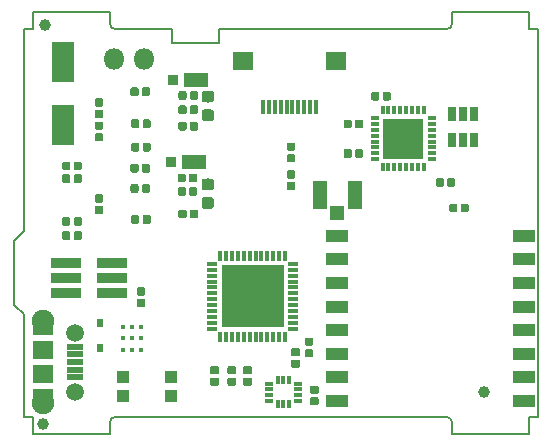
<source format=gbr>
%TF.GenerationSoftware,KiCad,Pcbnew,(5.1.4)-1*%
%TF.CreationDate,2019-12-19T18:18:08-07:00*%
%TF.ProjectId,mainboard,6d61696e-626f-4617-9264-2e6b69636164,rev?*%
%TF.SameCoordinates,Original*%
%TF.FileFunction,Soldermask,Top*%
%TF.FilePolarity,Negative*%
%FSLAX46Y46*%
G04 Gerber Fmt 4.6, Leading zero omitted, Abs format (unit mm)*
G04 Created by KiCad (PCBNEW (5.1.4)-1) date 2019-12-19 18:18:08*
%MOMM*%
%LPD*%
G04 APERTURE LIST*
%ADD10C,0.150000*%
%ADD11R,0.901600X0.901600*%
%ADD12R,2.101600X1.201600*%
%ADD13C,0.100000*%
%ADD14C,0.976600*%
%ADD15R,1.901600X3.501600*%
%ADD16R,0.727000X0.367000*%
%ADD17R,0.367000X0.727000*%
%ADD18R,3.427000X3.427000*%
%ADD19C,0.691600*%
%ADD20R,0.751600X1.161600*%
%ADD21C,1.000000*%
%ADD22O,1.801600X1.801600*%
%ADD23R,2.501600X0.841600*%
%ADD24R,1.151600X1.151600*%
%ADD25R,1.151600X2.351600*%
%ADD26R,0.951600X0.401600*%
%ADD27R,0.401600X0.951600*%
%ADD28R,5.351600X5.351600*%
%ADD29R,1.901600X1.101600*%
%ADD30R,0.351600X0.776600*%
%ADD31R,0.776600X0.351600*%
%ADD32R,0.351600X1.201600*%
%ADD33R,1.801600X1.601600*%
%ADD34R,0.551600X0.701600*%
%ADD35R,1.451600X0.551600*%
%ADD36C,1.509600*%
%ADD37C,1.901600*%
%ADD38R,1.651600X1.601600*%
%ADD39C,0.401599*%
%ADD40R,1.001600X1.001600*%
G04 APERTURE END LIST*
D10*
X120902460Y-74415942D02*
X120102459Y-74415941D01*
X85102460Y-74415941D02*
G75*
G02X84602460Y-73915941I0J500000D01*
G01*
X113602459Y-73915941D02*
G75*
G02X113102459Y-74415941I-500000J0D01*
G01*
X113102459Y-107215941D02*
G75*
G02X113602459Y-107715941I0J-500000D01*
G01*
X84602460Y-107715941D02*
G75*
G02X85102460Y-107215941I500000J0D01*
G01*
X77340460Y-91475941D02*
X76502460Y-92313941D01*
X77340460Y-98555940D02*
X76502460Y-97790000D01*
X120102460Y-72915941D02*
X113602460Y-72915941D01*
X113602459Y-107715941D02*
X113602460Y-108715941D01*
X85102460Y-107215941D02*
X113102459Y-107215941D01*
X84602460Y-108715941D02*
X84602460Y-107715941D01*
X113602460Y-108715941D02*
X120102459Y-108715940D01*
X113102459Y-74415941D02*
X93872460Y-74415941D01*
X113602460Y-72915941D02*
X113602459Y-73915941D01*
X78102460Y-72915941D02*
X78102460Y-74415941D01*
X93872460Y-74415941D02*
X93872460Y-75565000D01*
X93872460Y-75565000D02*
X89872460Y-75565000D01*
X78102460Y-74415941D02*
X77340460Y-74415941D01*
X77340460Y-74415941D02*
X77340460Y-91475941D01*
X120102460Y-107215940D02*
X120902460Y-107215940D01*
X120102459Y-74415941D02*
X120102460Y-72915941D01*
X89872460Y-75565000D02*
X89872460Y-74415941D01*
X84602460Y-72915941D02*
X78102460Y-72915941D01*
X84602460Y-73915941D02*
X84602460Y-72915941D01*
X89872460Y-74415941D02*
X85102460Y-74415941D01*
X76502460Y-92313941D02*
X76502460Y-97790000D01*
X120902460Y-107215940D02*
X120902460Y-74415942D01*
X78102460Y-107215940D02*
X78102460Y-108715940D01*
X120102459Y-108715940D02*
X120102460Y-107215940D01*
X77340460Y-98555940D02*
X77340460Y-107215940D01*
X78102460Y-108715940D02*
X84602460Y-108715941D01*
X77340460Y-107215940D02*
X78102460Y-107215940D01*
D11*
X89999500Y-78740000D03*
D12*
X91899500Y-78740000D03*
X91709000Y-85661500D03*
D11*
X89809000Y-85661500D03*
D13*
G36*
X93206081Y-79624376D02*
G01*
X93229781Y-79627891D01*
X93253023Y-79633713D01*
X93275582Y-79641785D01*
X93297242Y-79652029D01*
X93317792Y-79664347D01*
X93337037Y-79678619D01*
X93354790Y-79694710D01*
X93370881Y-79712463D01*
X93385153Y-79731708D01*
X93397471Y-79752258D01*
X93407715Y-79773918D01*
X93415787Y-79796477D01*
X93421609Y-79819719D01*
X93425124Y-79843419D01*
X93426300Y-79867350D01*
X93426300Y-80355650D01*
X93425124Y-80379581D01*
X93421609Y-80403281D01*
X93415787Y-80426523D01*
X93407715Y-80449082D01*
X93397471Y-80470742D01*
X93385153Y-80491292D01*
X93370881Y-80510537D01*
X93354790Y-80528290D01*
X93337037Y-80544381D01*
X93317792Y-80558653D01*
X93297242Y-80570971D01*
X93275582Y-80581215D01*
X93253023Y-80589287D01*
X93229781Y-80595109D01*
X93206081Y-80598624D01*
X93182150Y-80599800D01*
X92618850Y-80599800D01*
X92594919Y-80598624D01*
X92571219Y-80595109D01*
X92547977Y-80589287D01*
X92525418Y-80581215D01*
X92503758Y-80570971D01*
X92483208Y-80558653D01*
X92463963Y-80544381D01*
X92446210Y-80528290D01*
X92430119Y-80510537D01*
X92415847Y-80491292D01*
X92403529Y-80470742D01*
X92393285Y-80449082D01*
X92385213Y-80426523D01*
X92379391Y-80403281D01*
X92375876Y-80379581D01*
X92374700Y-80355650D01*
X92374700Y-79867350D01*
X92375876Y-79843419D01*
X92379391Y-79819719D01*
X92385213Y-79796477D01*
X92393285Y-79773918D01*
X92403529Y-79752258D01*
X92415847Y-79731708D01*
X92430119Y-79712463D01*
X92446210Y-79694710D01*
X92463963Y-79678619D01*
X92483208Y-79664347D01*
X92503758Y-79652029D01*
X92525418Y-79641785D01*
X92547977Y-79633713D01*
X92571219Y-79627891D01*
X92594919Y-79624376D01*
X92618850Y-79623200D01*
X93182150Y-79623200D01*
X93206081Y-79624376D01*
X93206081Y-79624376D01*
G37*
D14*
X92900500Y-80111500D03*
D13*
G36*
X93206081Y-81199376D02*
G01*
X93229781Y-81202891D01*
X93253023Y-81208713D01*
X93275582Y-81216785D01*
X93297242Y-81227029D01*
X93317792Y-81239347D01*
X93337037Y-81253619D01*
X93354790Y-81269710D01*
X93370881Y-81287463D01*
X93385153Y-81306708D01*
X93397471Y-81327258D01*
X93407715Y-81348918D01*
X93415787Y-81371477D01*
X93421609Y-81394719D01*
X93425124Y-81418419D01*
X93426300Y-81442350D01*
X93426300Y-81930650D01*
X93425124Y-81954581D01*
X93421609Y-81978281D01*
X93415787Y-82001523D01*
X93407715Y-82024082D01*
X93397471Y-82045742D01*
X93385153Y-82066292D01*
X93370881Y-82085537D01*
X93354790Y-82103290D01*
X93337037Y-82119381D01*
X93317792Y-82133653D01*
X93297242Y-82145971D01*
X93275582Y-82156215D01*
X93253023Y-82164287D01*
X93229781Y-82170109D01*
X93206081Y-82173624D01*
X93182150Y-82174800D01*
X92618850Y-82174800D01*
X92594919Y-82173624D01*
X92571219Y-82170109D01*
X92547977Y-82164287D01*
X92525418Y-82156215D01*
X92503758Y-82145971D01*
X92483208Y-82133653D01*
X92463963Y-82119381D01*
X92446210Y-82103290D01*
X92430119Y-82085537D01*
X92415847Y-82066292D01*
X92403529Y-82045742D01*
X92393285Y-82024082D01*
X92385213Y-82001523D01*
X92379391Y-81978281D01*
X92375876Y-81954581D01*
X92374700Y-81930650D01*
X92374700Y-81442350D01*
X92375876Y-81418419D01*
X92379391Y-81394719D01*
X92385213Y-81371477D01*
X92393285Y-81348918D01*
X92403529Y-81327258D01*
X92415847Y-81306708D01*
X92430119Y-81287463D01*
X92446210Y-81269710D01*
X92463963Y-81253619D01*
X92483208Y-81239347D01*
X92503758Y-81227029D01*
X92525418Y-81216785D01*
X92547977Y-81208713D01*
X92571219Y-81202891D01*
X92594919Y-81199376D01*
X92618850Y-81198200D01*
X93182150Y-81198200D01*
X93206081Y-81199376D01*
X93206081Y-81199376D01*
G37*
D14*
X92900500Y-81686500D03*
D13*
G36*
X93206081Y-87053876D02*
G01*
X93229781Y-87057391D01*
X93253023Y-87063213D01*
X93275582Y-87071285D01*
X93297242Y-87081529D01*
X93317792Y-87093847D01*
X93337037Y-87108119D01*
X93354790Y-87124210D01*
X93370881Y-87141963D01*
X93385153Y-87161208D01*
X93397471Y-87181758D01*
X93407715Y-87203418D01*
X93415787Y-87225977D01*
X93421609Y-87249219D01*
X93425124Y-87272919D01*
X93426300Y-87296850D01*
X93426300Y-87785150D01*
X93425124Y-87809081D01*
X93421609Y-87832781D01*
X93415787Y-87856023D01*
X93407715Y-87878582D01*
X93397471Y-87900242D01*
X93385153Y-87920792D01*
X93370881Y-87940037D01*
X93354790Y-87957790D01*
X93337037Y-87973881D01*
X93317792Y-87988153D01*
X93297242Y-88000471D01*
X93275582Y-88010715D01*
X93253023Y-88018787D01*
X93229781Y-88024609D01*
X93206081Y-88028124D01*
X93182150Y-88029300D01*
X92618850Y-88029300D01*
X92594919Y-88028124D01*
X92571219Y-88024609D01*
X92547977Y-88018787D01*
X92525418Y-88010715D01*
X92503758Y-88000471D01*
X92483208Y-87988153D01*
X92463963Y-87973881D01*
X92446210Y-87957790D01*
X92430119Y-87940037D01*
X92415847Y-87920792D01*
X92403529Y-87900242D01*
X92393285Y-87878582D01*
X92385213Y-87856023D01*
X92379391Y-87832781D01*
X92375876Y-87809081D01*
X92374700Y-87785150D01*
X92374700Y-87296850D01*
X92375876Y-87272919D01*
X92379391Y-87249219D01*
X92385213Y-87225977D01*
X92393285Y-87203418D01*
X92403529Y-87181758D01*
X92415847Y-87161208D01*
X92430119Y-87141963D01*
X92446210Y-87124210D01*
X92463963Y-87108119D01*
X92483208Y-87093847D01*
X92503758Y-87081529D01*
X92525418Y-87071285D01*
X92547977Y-87063213D01*
X92571219Y-87057391D01*
X92594919Y-87053876D01*
X92618850Y-87052700D01*
X93182150Y-87052700D01*
X93206081Y-87053876D01*
X93206081Y-87053876D01*
G37*
D14*
X92900500Y-87541000D03*
D13*
G36*
X93206081Y-88628876D02*
G01*
X93229781Y-88632391D01*
X93253023Y-88638213D01*
X93275582Y-88646285D01*
X93297242Y-88656529D01*
X93317792Y-88668847D01*
X93337037Y-88683119D01*
X93354790Y-88699210D01*
X93370881Y-88716963D01*
X93385153Y-88736208D01*
X93397471Y-88756758D01*
X93407715Y-88778418D01*
X93415787Y-88800977D01*
X93421609Y-88824219D01*
X93425124Y-88847919D01*
X93426300Y-88871850D01*
X93426300Y-89360150D01*
X93425124Y-89384081D01*
X93421609Y-89407781D01*
X93415787Y-89431023D01*
X93407715Y-89453582D01*
X93397471Y-89475242D01*
X93385153Y-89495792D01*
X93370881Y-89515037D01*
X93354790Y-89532790D01*
X93337037Y-89548881D01*
X93317792Y-89563153D01*
X93297242Y-89575471D01*
X93275582Y-89585715D01*
X93253023Y-89593787D01*
X93229781Y-89599609D01*
X93206081Y-89603124D01*
X93182150Y-89604300D01*
X92618850Y-89604300D01*
X92594919Y-89603124D01*
X92571219Y-89599609D01*
X92547977Y-89593787D01*
X92525418Y-89585715D01*
X92503758Y-89575471D01*
X92483208Y-89563153D01*
X92463963Y-89548881D01*
X92446210Y-89532790D01*
X92430119Y-89515037D01*
X92415847Y-89495792D01*
X92403529Y-89475242D01*
X92393285Y-89453582D01*
X92385213Y-89431023D01*
X92379391Y-89407781D01*
X92375876Y-89384081D01*
X92374700Y-89360150D01*
X92374700Y-88871850D01*
X92375876Y-88847919D01*
X92379391Y-88824219D01*
X92385213Y-88800977D01*
X92393285Y-88778418D01*
X92403529Y-88756758D01*
X92415847Y-88736208D01*
X92430119Y-88716963D01*
X92446210Y-88699210D01*
X92463963Y-88683119D01*
X92483208Y-88668847D01*
X92503758Y-88656529D01*
X92525418Y-88646285D01*
X92547977Y-88638213D01*
X92571219Y-88632391D01*
X92594919Y-88628876D01*
X92618850Y-88627700D01*
X93182150Y-88627700D01*
X93206081Y-88628876D01*
X93206081Y-88628876D01*
G37*
D14*
X92900500Y-89116000D03*
D15*
X80645000Y-77200000D03*
X80645000Y-82550000D03*
D16*
X111850500Y-85413000D03*
X111850500Y-84913000D03*
X111850500Y-84413000D03*
X111850500Y-83913000D03*
X111850500Y-83412997D03*
X111850500Y-82913000D03*
X111850500Y-82413000D03*
X111850500Y-81912997D03*
D17*
X111200500Y-81263000D03*
X110700500Y-81263000D03*
X110200500Y-81263000D03*
X109700500Y-81263000D03*
X109200497Y-81263000D03*
X108700500Y-81263000D03*
X108200500Y-81263000D03*
X107700497Y-81263000D03*
D16*
X107050500Y-81913000D03*
X107050500Y-82413000D03*
X107050500Y-82913000D03*
X107050500Y-83413000D03*
X107050500Y-83913003D03*
X107050500Y-84413000D03*
X107050500Y-84913000D03*
X107050500Y-85413003D03*
D17*
X107700500Y-86063000D03*
X108200500Y-86063000D03*
X108700500Y-86063000D03*
X109200500Y-86063000D03*
X109700503Y-86063000D03*
X110200500Y-86063000D03*
X110700500Y-86063000D03*
X111200503Y-86063000D03*
D18*
X109450500Y-83663000D03*
D13*
G36*
X105908847Y-82053033D02*
G01*
X105925631Y-82055522D01*
X105942090Y-82059645D01*
X105958066Y-82065361D01*
X105973404Y-82072616D01*
X105987958Y-82081339D01*
X106001587Y-82091446D01*
X106014159Y-82102841D01*
X106025554Y-82115413D01*
X106035661Y-82129042D01*
X106044384Y-82143596D01*
X106051639Y-82158934D01*
X106057355Y-82174910D01*
X106061478Y-82191369D01*
X106063967Y-82208153D01*
X106064800Y-82225100D01*
X106064800Y-82620900D01*
X106063967Y-82637847D01*
X106061478Y-82654631D01*
X106057355Y-82671090D01*
X106051639Y-82687066D01*
X106044384Y-82702404D01*
X106035661Y-82716958D01*
X106025554Y-82730587D01*
X106014159Y-82743159D01*
X106001587Y-82754554D01*
X105987958Y-82764661D01*
X105973404Y-82773384D01*
X105958066Y-82780639D01*
X105942090Y-82786355D01*
X105925631Y-82790478D01*
X105908847Y-82792967D01*
X105891900Y-82793800D01*
X105546100Y-82793800D01*
X105529153Y-82792967D01*
X105512369Y-82790478D01*
X105495910Y-82786355D01*
X105479934Y-82780639D01*
X105464596Y-82773384D01*
X105450042Y-82764661D01*
X105436413Y-82754554D01*
X105423841Y-82743159D01*
X105412446Y-82730587D01*
X105402339Y-82716958D01*
X105393616Y-82702404D01*
X105386361Y-82687066D01*
X105380645Y-82671090D01*
X105376522Y-82654631D01*
X105374033Y-82637847D01*
X105373200Y-82620900D01*
X105373200Y-82225100D01*
X105374033Y-82208153D01*
X105376522Y-82191369D01*
X105380645Y-82174910D01*
X105386361Y-82158934D01*
X105393616Y-82143596D01*
X105402339Y-82129042D01*
X105412446Y-82115413D01*
X105423841Y-82102841D01*
X105436413Y-82091446D01*
X105450042Y-82081339D01*
X105464596Y-82072616D01*
X105479934Y-82065361D01*
X105495910Y-82059645D01*
X105512369Y-82055522D01*
X105529153Y-82053033D01*
X105546100Y-82052200D01*
X105891900Y-82052200D01*
X105908847Y-82053033D01*
X105908847Y-82053033D01*
G37*
D19*
X105719000Y-82423000D03*
D13*
G36*
X104938847Y-82053033D02*
G01*
X104955631Y-82055522D01*
X104972090Y-82059645D01*
X104988066Y-82065361D01*
X105003404Y-82072616D01*
X105017958Y-82081339D01*
X105031587Y-82091446D01*
X105044159Y-82102841D01*
X105055554Y-82115413D01*
X105065661Y-82129042D01*
X105074384Y-82143596D01*
X105081639Y-82158934D01*
X105087355Y-82174910D01*
X105091478Y-82191369D01*
X105093967Y-82208153D01*
X105094800Y-82225100D01*
X105094800Y-82620900D01*
X105093967Y-82637847D01*
X105091478Y-82654631D01*
X105087355Y-82671090D01*
X105081639Y-82687066D01*
X105074384Y-82702404D01*
X105065661Y-82716958D01*
X105055554Y-82730587D01*
X105044159Y-82743159D01*
X105031587Y-82754554D01*
X105017958Y-82764661D01*
X105003404Y-82773384D01*
X104988066Y-82780639D01*
X104972090Y-82786355D01*
X104955631Y-82790478D01*
X104938847Y-82792967D01*
X104921900Y-82793800D01*
X104576100Y-82793800D01*
X104559153Y-82792967D01*
X104542369Y-82790478D01*
X104525910Y-82786355D01*
X104509934Y-82780639D01*
X104494596Y-82773384D01*
X104480042Y-82764661D01*
X104466413Y-82754554D01*
X104453841Y-82743159D01*
X104442446Y-82730587D01*
X104432339Y-82716958D01*
X104423616Y-82702404D01*
X104416361Y-82687066D01*
X104410645Y-82671090D01*
X104406522Y-82654631D01*
X104404033Y-82637847D01*
X104403200Y-82620900D01*
X104403200Y-82225100D01*
X104404033Y-82208153D01*
X104406522Y-82191369D01*
X104410645Y-82174910D01*
X104416361Y-82158934D01*
X104423616Y-82143596D01*
X104432339Y-82129042D01*
X104442446Y-82115413D01*
X104453841Y-82102841D01*
X104466413Y-82091446D01*
X104480042Y-82081339D01*
X104494596Y-82072616D01*
X104509934Y-82065361D01*
X104525910Y-82059645D01*
X104542369Y-82055522D01*
X104559153Y-82053033D01*
X104576100Y-82052200D01*
X104921900Y-82052200D01*
X104938847Y-82053033D01*
X104938847Y-82053033D01*
G37*
D19*
X104749000Y-82423000D03*
D13*
G36*
X113704847Y-87006033D02*
G01*
X113721631Y-87008522D01*
X113738090Y-87012645D01*
X113754066Y-87018361D01*
X113769404Y-87025616D01*
X113783958Y-87034339D01*
X113797587Y-87044446D01*
X113810159Y-87055841D01*
X113821554Y-87068413D01*
X113831661Y-87082042D01*
X113840384Y-87096596D01*
X113847639Y-87111934D01*
X113853355Y-87127910D01*
X113857478Y-87144369D01*
X113859967Y-87161153D01*
X113860800Y-87178100D01*
X113860800Y-87573900D01*
X113859967Y-87590847D01*
X113857478Y-87607631D01*
X113853355Y-87624090D01*
X113847639Y-87640066D01*
X113840384Y-87655404D01*
X113831661Y-87669958D01*
X113821554Y-87683587D01*
X113810159Y-87696159D01*
X113797587Y-87707554D01*
X113783958Y-87717661D01*
X113769404Y-87726384D01*
X113754066Y-87733639D01*
X113738090Y-87739355D01*
X113721631Y-87743478D01*
X113704847Y-87745967D01*
X113687900Y-87746800D01*
X113342100Y-87746800D01*
X113325153Y-87745967D01*
X113308369Y-87743478D01*
X113291910Y-87739355D01*
X113275934Y-87733639D01*
X113260596Y-87726384D01*
X113246042Y-87717661D01*
X113232413Y-87707554D01*
X113219841Y-87696159D01*
X113208446Y-87683587D01*
X113198339Y-87669958D01*
X113189616Y-87655404D01*
X113182361Y-87640066D01*
X113176645Y-87624090D01*
X113172522Y-87607631D01*
X113170033Y-87590847D01*
X113169200Y-87573900D01*
X113169200Y-87178100D01*
X113170033Y-87161153D01*
X113172522Y-87144369D01*
X113176645Y-87127910D01*
X113182361Y-87111934D01*
X113189616Y-87096596D01*
X113198339Y-87082042D01*
X113208446Y-87068413D01*
X113219841Y-87055841D01*
X113232413Y-87044446D01*
X113246042Y-87034339D01*
X113260596Y-87025616D01*
X113275934Y-87018361D01*
X113291910Y-87012645D01*
X113308369Y-87008522D01*
X113325153Y-87006033D01*
X113342100Y-87005200D01*
X113687900Y-87005200D01*
X113704847Y-87006033D01*
X113704847Y-87006033D01*
G37*
D19*
X113515000Y-87376000D03*
D13*
G36*
X112734847Y-87006033D02*
G01*
X112751631Y-87008522D01*
X112768090Y-87012645D01*
X112784066Y-87018361D01*
X112799404Y-87025616D01*
X112813958Y-87034339D01*
X112827587Y-87044446D01*
X112840159Y-87055841D01*
X112851554Y-87068413D01*
X112861661Y-87082042D01*
X112870384Y-87096596D01*
X112877639Y-87111934D01*
X112883355Y-87127910D01*
X112887478Y-87144369D01*
X112889967Y-87161153D01*
X112890800Y-87178100D01*
X112890800Y-87573900D01*
X112889967Y-87590847D01*
X112887478Y-87607631D01*
X112883355Y-87624090D01*
X112877639Y-87640066D01*
X112870384Y-87655404D01*
X112861661Y-87669958D01*
X112851554Y-87683587D01*
X112840159Y-87696159D01*
X112827587Y-87707554D01*
X112813958Y-87717661D01*
X112799404Y-87726384D01*
X112784066Y-87733639D01*
X112768090Y-87739355D01*
X112751631Y-87743478D01*
X112734847Y-87745967D01*
X112717900Y-87746800D01*
X112372100Y-87746800D01*
X112355153Y-87745967D01*
X112338369Y-87743478D01*
X112321910Y-87739355D01*
X112305934Y-87733639D01*
X112290596Y-87726384D01*
X112276042Y-87717661D01*
X112262413Y-87707554D01*
X112249841Y-87696159D01*
X112238446Y-87683587D01*
X112228339Y-87669958D01*
X112219616Y-87655404D01*
X112212361Y-87640066D01*
X112206645Y-87624090D01*
X112202522Y-87607631D01*
X112200033Y-87590847D01*
X112199200Y-87573900D01*
X112199200Y-87178100D01*
X112200033Y-87161153D01*
X112202522Y-87144369D01*
X112206645Y-87127910D01*
X112212361Y-87111934D01*
X112219616Y-87096596D01*
X112228339Y-87082042D01*
X112238446Y-87068413D01*
X112249841Y-87055841D01*
X112262413Y-87044446D01*
X112276042Y-87034339D01*
X112290596Y-87025616D01*
X112305934Y-87018361D01*
X112321910Y-87012645D01*
X112338369Y-87008522D01*
X112355153Y-87006033D01*
X112372100Y-87005200D01*
X112717900Y-87005200D01*
X112734847Y-87006033D01*
X112734847Y-87006033D01*
G37*
D19*
X112545000Y-87376000D03*
D20*
X114490500Y-81577000D03*
X113540500Y-81577000D03*
X115440500Y-81577000D03*
X115440500Y-83777000D03*
X114490500Y-83777000D03*
X113540500Y-83777000D03*
D13*
G36*
X107273847Y-79703533D02*
G01*
X107290631Y-79706022D01*
X107307090Y-79710145D01*
X107323066Y-79715861D01*
X107338404Y-79723116D01*
X107352958Y-79731839D01*
X107366587Y-79741946D01*
X107379159Y-79753341D01*
X107390554Y-79765913D01*
X107400661Y-79779542D01*
X107409384Y-79794096D01*
X107416639Y-79809434D01*
X107422355Y-79825410D01*
X107426478Y-79841869D01*
X107428967Y-79858653D01*
X107429800Y-79875600D01*
X107429800Y-80271400D01*
X107428967Y-80288347D01*
X107426478Y-80305131D01*
X107422355Y-80321590D01*
X107416639Y-80337566D01*
X107409384Y-80352904D01*
X107400661Y-80367458D01*
X107390554Y-80381087D01*
X107379159Y-80393659D01*
X107366587Y-80405054D01*
X107352958Y-80415161D01*
X107338404Y-80423884D01*
X107323066Y-80431139D01*
X107307090Y-80436855D01*
X107290631Y-80440978D01*
X107273847Y-80443467D01*
X107256900Y-80444300D01*
X106911100Y-80444300D01*
X106894153Y-80443467D01*
X106877369Y-80440978D01*
X106860910Y-80436855D01*
X106844934Y-80431139D01*
X106829596Y-80423884D01*
X106815042Y-80415161D01*
X106801413Y-80405054D01*
X106788841Y-80393659D01*
X106777446Y-80381087D01*
X106767339Y-80367458D01*
X106758616Y-80352904D01*
X106751361Y-80337566D01*
X106745645Y-80321590D01*
X106741522Y-80305131D01*
X106739033Y-80288347D01*
X106738200Y-80271400D01*
X106738200Y-79875600D01*
X106739033Y-79858653D01*
X106741522Y-79841869D01*
X106745645Y-79825410D01*
X106751361Y-79809434D01*
X106758616Y-79794096D01*
X106767339Y-79779542D01*
X106777446Y-79765913D01*
X106788841Y-79753341D01*
X106801413Y-79741946D01*
X106815042Y-79731839D01*
X106829596Y-79723116D01*
X106844934Y-79715861D01*
X106860910Y-79710145D01*
X106877369Y-79706022D01*
X106894153Y-79703533D01*
X106911100Y-79702700D01*
X107256900Y-79702700D01*
X107273847Y-79703533D01*
X107273847Y-79703533D01*
G37*
D19*
X107084000Y-80073500D03*
D13*
G36*
X108243847Y-79703533D02*
G01*
X108260631Y-79706022D01*
X108277090Y-79710145D01*
X108293066Y-79715861D01*
X108308404Y-79723116D01*
X108322958Y-79731839D01*
X108336587Y-79741946D01*
X108349159Y-79753341D01*
X108360554Y-79765913D01*
X108370661Y-79779542D01*
X108379384Y-79794096D01*
X108386639Y-79809434D01*
X108392355Y-79825410D01*
X108396478Y-79841869D01*
X108398967Y-79858653D01*
X108399800Y-79875600D01*
X108399800Y-80271400D01*
X108398967Y-80288347D01*
X108396478Y-80305131D01*
X108392355Y-80321590D01*
X108386639Y-80337566D01*
X108379384Y-80352904D01*
X108370661Y-80367458D01*
X108360554Y-80381087D01*
X108349159Y-80393659D01*
X108336587Y-80405054D01*
X108322958Y-80415161D01*
X108308404Y-80423884D01*
X108293066Y-80431139D01*
X108277090Y-80436855D01*
X108260631Y-80440978D01*
X108243847Y-80443467D01*
X108226900Y-80444300D01*
X107881100Y-80444300D01*
X107864153Y-80443467D01*
X107847369Y-80440978D01*
X107830910Y-80436855D01*
X107814934Y-80431139D01*
X107799596Y-80423884D01*
X107785042Y-80415161D01*
X107771413Y-80405054D01*
X107758841Y-80393659D01*
X107747446Y-80381087D01*
X107737339Y-80367458D01*
X107728616Y-80352904D01*
X107721361Y-80337566D01*
X107715645Y-80321590D01*
X107711522Y-80305131D01*
X107709033Y-80288347D01*
X107708200Y-80271400D01*
X107708200Y-79875600D01*
X107709033Y-79858653D01*
X107711522Y-79841869D01*
X107715645Y-79825410D01*
X107721361Y-79809434D01*
X107728616Y-79794096D01*
X107737339Y-79779542D01*
X107747446Y-79765913D01*
X107758841Y-79753341D01*
X107771413Y-79741946D01*
X107785042Y-79731839D01*
X107799596Y-79723116D01*
X107814934Y-79715861D01*
X107830910Y-79710145D01*
X107847369Y-79706022D01*
X107864153Y-79703533D01*
X107881100Y-79702700D01*
X108226900Y-79702700D01*
X108243847Y-79703533D01*
X108243847Y-79703533D01*
G37*
D19*
X108054000Y-80073500D03*
D13*
G36*
X104938847Y-84553033D02*
G01*
X104955631Y-84555522D01*
X104972090Y-84559645D01*
X104988066Y-84565361D01*
X105003404Y-84572616D01*
X105017958Y-84581339D01*
X105031587Y-84591446D01*
X105044159Y-84602841D01*
X105055554Y-84615413D01*
X105065661Y-84629042D01*
X105074384Y-84643596D01*
X105081639Y-84658934D01*
X105087355Y-84674910D01*
X105091478Y-84691369D01*
X105093967Y-84708153D01*
X105094800Y-84725100D01*
X105094800Y-85120900D01*
X105093967Y-85137847D01*
X105091478Y-85154631D01*
X105087355Y-85171090D01*
X105081639Y-85187066D01*
X105074384Y-85202404D01*
X105065661Y-85216958D01*
X105055554Y-85230587D01*
X105044159Y-85243159D01*
X105031587Y-85254554D01*
X105017958Y-85264661D01*
X105003404Y-85273384D01*
X104988066Y-85280639D01*
X104972090Y-85286355D01*
X104955631Y-85290478D01*
X104938847Y-85292967D01*
X104921900Y-85293800D01*
X104576100Y-85293800D01*
X104559153Y-85292967D01*
X104542369Y-85290478D01*
X104525910Y-85286355D01*
X104509934Y-85280639D01*
X104494596Y-85273384D01*
X104480042Y-85264661D01*
X104466413Y-85254554D01*
X104453841Y-85243159D01*
X104442446Y-85230587D01*
X104432339Y-85216958D01*
X104423616Y-85202404D01*
X104416361Y-85187066D01*
X104410645Y-85171090D01*
X104406522Y-85154631D01*
X104404033Y-85137847D01*
X104403200Y-85120900D01*
X104403200Y-84725100D01*
X104404033Y-84708153D01*
X104406522Y-84691369D01*
X104410645Y-84674910D01*
X104416361Y-84658934D01*
X104423616Y-84643596D01*
X104432339Y-84629042D01*
X104442446Y-84615413D01*
X104453841Y-84602841D01*
X104466413Y-84591446D01*
X104480042Y-84581339D01*
X104494596Y-84572616D01*
X104509934Y-84565361D01*
X104525910Y-84559645D01*
X104542369Y-84555522D01*
X104559153Y-84553033D01*
X104576100Y-84552200D01*
X104921900Y-84552200D01*
X104938847Y-84553033D01*
X104938847Y-84553033D01*
G37*
D19*
X104749000Y-84923000D03*
D13*
G36*
X105908847Y-84553033D02*
G01*
X105925631Y-84555522D01*
X105942090Y-84559645D01*
X105958066Y-84565361D01*
X105973404Y-84572616D01*
X105987958Y-84581339D01*
X106001587Y-84591446D01*
X106014159Y-84602841D01*
X106025554Y-84615413D01*
X106035661Y-84629042D01*
X106044384Y-84643596D01*
X106051639Y-84658934D01*
X106057355Y-84674910D01*
X106061478Y-84691369D01*
X106063967Y-84708153D01*
X106064800Y-84725100D01*
X106064800Y-85120900D01*
X106063967Y-85137847D01*
X106061478Y-85154631D01*
X106057355Y-85171090D01*
X106051639Y-85187066D01*
X106044384Y-85202404D01*
X106035661Y-85216958D01*
X106025554Y-85230587D01*
X106014159Y-85243159D01*
X106001587Y-85254554D01*
X105987958Y-85264661D01*
X105973404Y-85273384D01*
X105958066Y-85280639D01*
X105942090Y-85286355D01*
X105925631Y-85290478D01*
X105908847Y-85292967D01*
X105891900Y-85293800D01*
X105546100Y-85293800D01*
X105529153Y-85292967D01*
X105512369Y-85290478D01*
X105495910Y-85286355D01*
X105479934Y-85280639D01*
X105464596Y-85273384D01*
X105450042Y-85264661D01*
X105436413Y-85254554D01*
X105423841Y-85243159D01*
X105412446Y-85230587D01*
X105402339Y-85216958D01*
X105393616Y-85202404D01*
X105386361Y-85187066D01*
X105380645Y-85171090D01*
X105376522Y-85154631D01*
X105374033Y-85137847D01*
X105373200Y-85120900D01*
X105373200Y-84725100D01*
X105374033Y-84708153D01*
X105376522Y-84691369D01*
X105380645Y-84674910D01*
X105386361Y-84658934D01*
X105393616Y-84643596D01*
X105402339Y-84629042D01*
X105412446Y-84615413D01*
X105423841Y-84602841D01*
X105436413Y-84591446D01*
X105450042Y-84581339D01*
X105464596Y-84572616D01*
X105479934Y-84565361D01*
X105495910Y-84559645D01*
X105512369Y-84555522D01*
X105529153Y-84553033D01*
X105546100Y-84552200D01*
X105891900Y-84552200D01*
X105908847Y-84553033D01*
X105908847Y-84553033D01*
G37*
D19*
X105719000Y-84923000D03*
D13*
G36*
X86890347Y-87514033D02*
G01*
X86907131Y-87516522D01*
X86923590Y-87520645D01*
X86939566Y-87526361D01*
X86954904Y-87533616D01*
X86969458Y-87542339D01*
X86983087Y-87552446D01*
X86995659Y-87563841D01*
X87007054Y-87576413D01*
X87017161Y-87590042D01*
X87025884Y-87604596D01*
X87033139Y-87619934D01*
X87038855Y-87635910D01*
X87042978Y-87652369D01*
X87045467Y-87669153D01*
X87046300Y-87686100D01*
X87046300Y-88081900D01*
X87045467Y-88098847D01*
X87042978Y-88115631D01*
X87038855Y-88132090D01*
X87033139Y-88148066D01*
X87025884Y-88163404D01*
X87017161Y-88177958D01*
X87007054Y-88191587D01*
X86995659Y-88204159D01*
X86983087Y-88215554D01*
X86969458Y-88225661D01*
X86954904Y-88234384D01*
X86939566Y-88241639D01*
X86923590Y-88247355D01*
X86907131Y-88251478D01*
X86890347Y-88253967D01*
X86873400Y-88254800D01*
X86527600Y-88254800D01*
X86510653Y-88253967D01*
X86493869Y-88251478D01*
X86477410Y-88247355D01*
X86461434Y-88241639D01*
X86446096Y-88234384D01*
X86431542Y-88225661D01*
X86417913Y-88215554D01*
X86405341Y-88204159D01*
X86393946Y-88191587D01*
X86383839Y-88177958D01*
X86375116Y-88163404D01*
X86367861Y-88148066D01*
X86362145Y-88132090D01*
X86358022Y-88115631D01*
X86355533Y-88098847D01*
X86354700Y-88081900D01*
X86354700Y-87686100D01*
X86355533Y-87669153D01*
X86358022Y-87652369D01*
X86362145Y-87635910D01*
X86367861Y-87619934D01*
X86375116Y-87604596D01*
X86383839Y-87590042D01*
X86393946Y-87576413D01*
X86405341Y-87563841D01*
X86417913Y-87552446D01*
X86431542Y-87542339D01*
X86446096Y-87533616D01*
X86461434Y-87526361D01*
X86477410Y-87520645D01*
X86493869Y-87516522D01*
X86510653Y-87514033D01*
X86527600Y-87513200D01*
X86873400Y-87513200D01*
X86890347Y-87514033D01*
X86890347Y-87514033D01*
G37*
D19*
X86700500Y-87884000D03*
D13*
G36*
X87860347Y-87514033D02*
G01*
X87877131Y-87516522D01*
X87893590Y-87520645D01*
X87909566Y-87526361D01*
X87924904Y-87533616D01*
X87939458Y-87542339D01*
X87953087Y-87552446D01*
X87965659Y-87563841D01*
X87977054Y-87576413D01*
X87987161Y-87590042D01*
X87995884Y-87604596D01*
X88003139Y-87619934D01*
X88008855Y-87635910D01*
X88012978Y-87652369D01*
X88015467Y-87669153D01*
X88016300Y-87686100D01*
X88016300Y-88081900D01*
X88015467Y-88098847D01*
X88012978Y-88115631D01*
X88008855Y-88132090D01*
X88003139Y-88148066D01*
X87995884Y-88163404D01*
X87987161Y-88177958D01*
X87977054Y-88191587D01*
X87965659Y-88204159D01*
X87953087Y-88215554D01*
X87939458Y-88225661D01*
X87924904Y-88234384D01*
X87909566Y-88241639D01*
X87893590Y-88247355D01*
X87877131Y-88251478D01*
X87860347Y-88253967D01*
X87843400Y-88254800D01*
X87497600Y-88254800D01*
X87480653Y-88253967D01*
X87463869Y-88251478D01*
X87447410Y-88247355D01*
X87431434Y-88241639D01*
X87416096Y-88234384D01*
X87401542Y-88225661D01*
X87387913Y-88215554D01*
X87375341Y-88204159D01*
X87363946Y-88191587D01*
X87353839Y-88177958D01*
X87345116Y-88163404D01*
X87337861Y-88148066D01*
X87332145Y-88132090D01*
X87328022Y-88115631D01*
X87325533Y-88098847D01*
X87324700Y-88081900D01*
X87324700Y-87686100D01*
X87325533Y-87669153D01*
X87328022Y-87652369D01*
X87332145Y-87635910D01*
X87337861Y-87619934D01*
X87345116Y-87604596D01*
X87353839Y-87590042D01*
X87363946Y-87576413D01*
X87375341Y-87563841D01*
X87387913Y-87552446D01*
X87401542Y-87542339D01*
X87416096Y-87533616D01*
X87431434Y-87526361D01*
X87447410Y-87520645D01*
X87463869Y-87516522D01*
X87480653Y-87514033D01*
X87497600Y-87513200D01*
X87843400Y-87513200D01*
X87860347Y-87514033D01*
X87860347Y-87514033D01*
G37*
D19*
X87670500Y-87884000D03*
D13*
G36*
X87914847Y-90140033D02*
G01*
X87931631Y-90142522D01*
X87948090Y-90146645D01*
X87964066Y-90152361D01*
X87979404Y-90159616D01*
X87993958Y-90168339D01*
X88007587Y-90178446D01*
X88020159Y-90189841D01*
X88031554Y-90202413D01*
X88041661Y-90216042D01*
X88050384Y-90230596D01*
X88057639Y-90245934D01*
X88063355Y-90261910D01*
X88067478Y-90278369D01*
X88069967Y-90295153D01*
X88070800Y-90312100D01*
X88070800Y-90707900D01*
X88069967Y-90724847D01*
X88067478Y-90741631D01*
X88063355Y-90758090D01*
X88057639Y-90774066D01*
X88050384Y-90789404D01*
X88041661Y-90803958D01*
X88031554Y-90817587D01*
X88020159Y-90830159D01*
X88007587Y-90841554D01*
X87993958Y-90851661D01*
X87979404Y-90860384D01*
X87964066Y-90867639D01*
X87948090Y-90873355D01*
X87931631Y-90877478D01*
X87914847Y-90879967D01*
X87897900Y-90880800D01*
X87552100Y-90880800D01*
X87535153Y-90879967D01*
X87518369Y-90877478D01*
X87501910Y-90873355D01*
X87485934Y-90867639D01*
X87470596Y-90860384D01*
X87456042Y-90851661D01*
X87442413Y-90841554D01*
X87429841Y-90830159D01*
X87418446Y-90817587D01*
X87408339Y-90803958D01*
X87399616Y-90789404D01*
X87392361Y-90774066D01*
X87386645Y-90758090D01*
X87382522Y-90741631D01*
X87380033Y-90724847D01*
X87379200Y-90707900D01*
X87379200Y-90312100D01*
X87380033Y-90295153D01*
X87382522Y-90278369D01*
X87386645Y-90261910D01*
X87392361Y-90245934D01*
X87399616Y-90230596D01*
X87408339Y-90216042D01*
X87418446Y-90202413D01*
X87429841Y-90189841D01*
X87442413Y-90178446D01*
X87456042Y-90168339D01*
X87470596Y-90159616D01*
X87485934Y-90152361D01*
X87501910Y-90146645D01*
X87518369Y-90142522D01*
X87535153Y-90140033D01*
X87552100Y-90139200D01*
X87897900Y-90139200D01*
X87914847Y-90140033D01*
X87914847Y-90140033D01*
G37*
D19*
X87725000Y-90510000D03*
D13*
G36*
X86944847Y-90140033D02*
G01*
X86961631Y-90142522D01*
X86978090Y-90146645D01*
X86994066Y-90152361D01*
X87009404Y-90159616D01*
X87023958Y-90168339D01*
X87037587Y-90178446D01*
X87050159Y-90189841D01*
X87061554Y-90202413D01*
X87071661Y-90216042D01*
X87080384Y-90230596D01*
X87087639Y-90245934D01*
X87093355Y-90261910D01*
X87097478Y-90278369D01*
X87099967Y-90295153D01*
X87100800Y-90312100D01*
X87100800Y-90707900D01*
X87099967Y-90724847D01*
X87097478Y-90741631D01*
X87093355Y-90758090D01*
X87087639Y-90774066D01*
X87080384Y-90789404D01*
X87071661Y-90803958D01*
X87061554Y-90817587D01*
X87050159Y-90830159D01*
X87037587Y-90841554D01*
X87023958Y-90851661D01*
X87009404Y-90860384D01*
X86994066Y-90867639D01*
X86978090Y-90873355D01*
X86961631Y-90877478D01*
X86944847Y-90879967D01*
X86927900Y-90880800D01*
X86582100Y-90880800D01*
X86565153Y-90879967D01*
X86548369Y-90877478D01*
X86531910Y-90873355D01*
X86515934Y-90867639D01*
X86500596Y-90860384D01*
X86486042Y-90851661D01*
X86472413Y-90841554D01*
X86459841Y-90830159D01*
X86448446Y-90817587D01*
X86438339Y-90803958D01*
X86429616Y-90789404D01*
X86422361Y-90774066D01*
X86416645Y-90758090D01*
X86412522Y-90741631D01*
X86410033Y-90724847D01*
X86409200Y-90707900D01*
X86409200Y-90312100D01*
X86410033Y-90295153D01*
X86412522Y-90278369D01*
X86416645Y-90261910D01*
X86422361Y-90245934D01*
X86429616Y-90230596D01*
X86438339Y-90216042D01*
X86448446Y-90202413D01*
X86459841Y-90189841D01*
X86472413Y-90178446D01*
X86486042Y-90168339D01*
X86500596Y-90159616D01*
X86515934Y-90152361D01*
X86531910Y-90146645D01*
X86548369Y-90142522D01*
X86565153Y-90140033D01*
X86582100Y-90139200D01*
X86927900Y-90139200D01*
X86944847Y-90140033D01*
X86944847Y-90140033D01*
G37*
D19*
X86755000Y-90510000D03*
D13*
G36*
X87914847Y-82030033D02*
G01*
X87931631Y-82032522D01*
X87948090Y-82036645D01*
X87964066Y-82042361D01*
X87979404Y-82049616D01*
X87993958Y-82058339D01*
X88007587Y-82068446D01*
X88020159Y-82079841D01*
X88031554Y-82092413D01*
X88041661Y-82106042D01*
X88050384Y-82120596D01*
X88057639Y-82135934D01*
X88063355Y-82151910D01*
X88067478Y-82168369D01*
X88069967Y-82185153D01*
X88070800Y-82202100D01*
X88070800Y-82597900D01*
X88069967Y-82614847D01*
X88067478Y-82631631D01*
X88063355Y-82648090D01*
X88057639Y-82664066D01*
X88050384Y-82679404D01*
X88041661Y-82693958D01*
X88031554Y-82707587D01*
X88020159Y-82720159D01*
X88007587Y-82731554D01*
X87993958Y-82741661D01*
X87979404Y-82750384D01*
X87964066Y-82757639D01*
X87948090Y-82763355D01*
X87931631Y-82767478D01*
X87914847Y-82769967D01*
X87897900Y-82770800D01*
X87552100Y-82770800D01*
X87535153Y-82769967D01*
X87518369Y-82767478D01*
X87501910Y-82763355D01*
X87485934Y-82757639D01*
X87470596Y-82750384D01*
X87456042Y-82741661D01*
X87442413Y-82731554D01*
X87429841Y-82720159D01*
X87418446Y-82707587D01*
X87408339Y-82693958D01*
X87399616Y-82679404D01*
X87392361Y-82664066D01*
X87386645Y-82648090D01*
X87382522Y-82631631D01*
X87380033Y-82614847D01*
X87379200Y-82597900D01*
X87379200Y-82202100D01*
X87380033Y-82185153D01*
X87382522Y-82168369D01*
X87386645Y-82151910D01*
X87392361Y-82135934D01*
X87399616Y-82120596D01*
X87408339Y-82106042D01*
X87418446Y-82092413D01*
X87429841Y-82079841D01*
X87442413Y-82068446D01*
X87456042Y-82058339D01*
X87470596Y-82049616D01*
X87485934Y-82042361D01*
X87501910Y-82036645D01*
X87518369Y-82032522D01*
X87535153Y-82030033D01*
X87552100Y-82029200D01*
X87897900Y-82029200D01*
X87914847Y-82030033D01*
X87914847Y-82030033D01*
G37*
D19*
X87725000Y-82400000D03*
D13*
G36*
X86944847Y-82030033D02*
G01*
X86961631Y-82032522D01*
X86978090Y-82036645D01*
X86994066Y-82042361D01*
X87009404Y-82049616D01*
X87023958Y-82058339D01*
X87037587Y-82068446D01*
X87050159Y-82079841D01*
X87061554Y-82092413D01*
X87071661Y-82106042D01*
X87080384Y-82120596D01*
X87087639Y-82135934D01*
X87093355Y-82151910D01*
X87097478Y-82168369D01*
X87099967Y-82185153D01*
X87100800Y-82202100D01*
X87100800Y-82597900D01*
X87099967Y-82614847D01*
X87097478Y-82631631D01*
X87093355Y-82648090D01*
X87087639Y-82664066D01*
X87080384Y-82679404D01*
X87071661Y-82693958D01*
X87061554Y-82707587D01*
X87050159Y-82720159D01*
X87037587Y-82731554D01*
X87023958Y-82741661D01*
X87009404Y-82750384D01*
X86994066Y-82757639D01*
X86978090Y-82763355D01*
X86961631Y-82767478D01*
X86944847Y-82769967D01*
X86927900Y-82770800D01*
X86582100Y-82770800D01*
X86565153Y-82769967D01*
X86548369Y-82767478D01*
X86531910Y-82763355D01*
X86515934Y-82757639D01*
X86500596Y-82750384D01*
X86486042Y-82741661D01*
X86472413Y-82731554D01*
X86459841Y-82720159D01*
X86448446Y-82707587D01*
X86438339Y-82693958D01*
X86429616Y-82679404D01*
X86422361Y-82664066D01*
X86416645Y-82648090D01*
X86412522Y-82631631D01*
X86410033Y-82614847D01*
X86409200Y-82597900D01*
X86409200Y-82202100D01*
X86410033Y-82185153D01*
X86412522Y-82168369D01*
X86416645Y-82151910D01*
X86422361Y-82135934D01*
X86429616Y-82120596D01*
X86438339Y-82106042D01*
X86448446Y-82092413D01*
X86459841Y-82079841D01*
X86472413Y-82068446D01*
X86486042Y-82058339D01*
X86500596Y-82049616D01*
X86515934Y-82042361D01*
X86531910Y-82036645D01*
X86548369Y-82032522D01*
X86565153Y-82030033D01*
X86582100Y-82029200D01*
X86927900Y-82029200D01*
X86944847Y-82030033D01*
X86944847Y-82030033D01*
G37*
D19*
X86755000Y-82400000D03*
D13*
G36*
X87914847Y-84020033D02*
G01*
X87931631Y-84022522D01*
X87948090Y-84026645D01*
X87964066Y-84032361D01*
X87979404Y-84039616D01*
X87993958Y-84048339D01*
X88007587Y-84058446D01*
X88020159Y-84069841D01*
X88031554Y-84082413D01*
X88041661Y-84096042D01*
X88050384Y-84110596D01*
X88057639Y-84125934D01*
X88063355Y-84141910D01*
X88067478Y-84158369D01*
X88069967Y-84175153D01*
X88070800Y-84192100D01*
X88070800Y-84587900D01*
X88069967Y-84604847D01*
X88067478Y-84621631D01*
X88063355Y-84638090D01*
X88057639Y-84654066D01*
X88050384Y-84669404D01*
X88041661Y-84683958D01*
X88031554Y-84697587D01*
X88020159Y-84710159D01*
X88007587Y-84721554D01*
X87993958Y-84731661D01*
X87979404Y-84740384D01*
X87964066Y-84747639D01*
X87948090Y-84753355D01*
X87931631Y-84757478D01*
X87914847Y-84759967D01*
X87897900Y-84760800D01*
X87552100Y-84760800D01*
X87535153Y-84759967D01*
X87518369Y-84757478D01*
X87501910Y-84753355D01*
X87485934Y-84747639D01*
X87470596Y-84740384D01*
X87456042Y-84731661D01*
X87442413Y-84721554D01*
X87429841Y-84710159D01*
X87418446Y-84697587D01*
X87408339Y-84683958D01*
X87399616Y-84669404D01*
X87392361Y-84654066D01*
X87386645Y-84638090D01*
X87382522Y-84621631D01*
X87380033Y-84604847D01*
X87379200Y-84587900D01*
X87379200Y-84192100D01*
X87380033Y-84175153D01*
X87382522Y-84158369D01*
X87386645Y-84141910D01*
X87392361Y-84125934D01*
X87399616Y-84110596D01*
X87408339Y-84096042D01*
X87418446Y-84082413D01*
X87429841Y-84069841D01*
X87442413Y-84058446D01*
X87456042Y-84048339D01*
X87470596Y-84039616D01*
X87485934Y-84032361D01*
X87501910Y-84026645D01*
X87518369Y-84022522D01*
X87535153Y-84020033D01*
X87552100Y-84019200D01*
X87897900Y-84019200D01*
X87914847Y-84020033D01*
X87914847Y-84020033D01*
G37*
D19*
X87725000Y-84390000D03*
D13*
G36*
X86944847Y-84020033D02*
G01*
X86961631Y-84022522D01*
X86978090Y-84026645D01*
X86994066Y-84032361D01*
X87009404Y-84039616D01*
X87023958Y-84048339D01*
X87037587Y-84058446D01*
X87050159Y-84069841D01*
X87061554Y-84082413D01*
X87071661Y-84096042D01*
X87080384Y-84110596D01*
X87087639Y-84125934D01*
X87093355Y-84141910D01*
X87097478Y-84158369D01*
X87099967Y-84175153D01*
X87100800Y-84192100D01*
X87100800Y-84587900D01*
X87099967Y-84604847D01*
X87097478Y-84621631D01*
X87093355Y-84638090D01*
X87087639Y-84654066D01*
X87080384Y-84669404D01*
X87071661Y-84683958D01*
X87061554Y-84697587D01*
X87050159Y-84710159D01*
X87037587Y-84721554D01*
X87023958Y-84731661D01*
X87009404Y-84740384D01*
X86994066Y-84747639D01*
X86978090Y-84753355D01*
X86961631Y-84757478D01*
X86944847Y-84759967D01*
X86927900Y-84760800D01*
X86582100Y-84760800D01*
X86565153Y-84759967D01*
X86548369Y-84757478D01*
X86531910Y-84753355D01*
X86515934Y-84747639D01*
X86500596Y-84740384D01*
X86486042Y-84731661D01*
X86472413Y-84721554D01*
X86459841Y-84710159D01*
X86448446Y-84697587D01*
X86438339Y-84683958D01*
X86429616Y-84669404D01*
X86422361Y-84654066D01*
X86416645Y-84638090D01*
X86412522Y-84621631D01*
X86410033Y-84604847D01*
X86409200Y-84587900D01*
X86409200Y-84192100D01*
X86410033Y-84175153D01*
X86412522Y-84158369D01*
X86416645Y-84141910D01*
X86422361Y-84125934D01*
X86429616Y-84110596D01*
X86438339Y-84096042D01*
X86448446Y-84082413D01*
X86459841Y-84069841D01*
X86472413Y-84058446D01*
X86486042Y-84048339D01*
X86500596Y-84039616D01*
X86515934Y-84032361D01*
X86531910Y-84026645D01*
X86548369Y-84022522D01*
X86565153Y-84020033D01*
X86582100Y-84019200D01*
X86927900Y-84019200D01*
X86944847Y-84020033D01*
X86944847Y-84020033D01*
G37*
D19*
X86755000Y-84390000D03*
D21*
X79120000Y-74010000D03*
X116268500Y-105092500D03*
X78980000Y-107860000D03*
D13*
G36*
X101687847Y-101486033D02*
G01*
X101704631Y-101488522D01*
X101721090Y-101492645D01*
X101737066Y-101498361D01*
X101752404Y-101505616D01*
X101766958Y-101514339D01*
X101780587Y-101524446D01*
X101793159Y-101535841D01*
X101804554Y-101548413D01*
X101814661Y-101562042D01*
X101823384Y-101576596D01*
X101830639Y-101591934D01*
X101836355Y-101607910D01*
X101840478Y-101624369D01*
X101842967Y-101641153D01*
X101843800Y-101658100D01*
X101843800Y-102003900D01*
X101842967Y-102020847D01*
X101840478Y-102037631D01*
X101836355Y-102054090D01*
X101830639Y-102070066D01*
X101823384Y-102085404D01*
X101814661Y-102099958D01*
X101804554Y-102113587D01*
X101793159Y-102126159D01*
X101780587Y-102137554D01*
X101766958Y-102147661D01*
X101752404Y-102156384D01*
X101737066Y-102163639D01*
X101721090Y-102169355D01*
X101704631Y-102173478D01*
X101687847Y-102175967D01*
X101670900Y-102176800D01*
X101275100Y-102176800D01*
X101258153Y-102175967D01*
X101241369Y-102173478D01*
X101224910Y-102169355D01*
X101208934Y-102163639D01*
X101193596Y-102156384D01*
X101179042Y-102147661D01*
X101165413Y-102137554D01*
X101152841Y-102126159D01*
X101141446Y-102113587D01*
X101131339Y-102099958D01*
X101122616Y-102085404D01*
X101115361Y-102070066D01*
X101109645Y-102054090D01*
X101105522Y-102037631D01*
X101103033Y-102020847D01*
X101102200Y-102003900D01*
X101102200Y-101658100D01*
X101103033Y-101641153D01*
X101105522Y-101624369D01*
X101109645Y-101607910D01*
X101115361Y-101591934D01*
X101122616Y-101576596D01*
X101131339Y-101562042D01*
X101141446Y-101548413D01*
X101152841Y-101535841D01*
X101165413Y-101524446D01*
X101179042Y-101514339D01*
X101193596Y-101505616D01*
X101208934Y-101498361D01*
X101224910Y-101492645D01*
X101241369Y-101488522D01*
X101258153Y-101486033D01*
X101275100Y-101485200D01*
X101670900Y-101485200D01*
X101687847Y-101486033D01*
X101687847Y-101486033D01*
G37*
D19*
X101473000Y-101831000D03*
D13*
G36*
X101687847Y-100516033D02*
G01*
X101704631Y-100518522D01*
X101721090Y-100522645D01*
X101737066Y-100528361D01*
X101752404Y-100535616D01*
X101766958Y-100544339D01*
X101780587Y-100554446D01*
X101793159Y-100565841D01*
X101804554Y-100578413D01*
X101814661Y-100592042D01*
X101823384Y-100606596D01*
X101830639Y-100621934D01*
X101836355Y-100637910D01*
X101840478Y-100654369D01*
X101842967Y-100671153D01*
X101843800Y-100688100D01*
X101843800Y-101033900D01*
X101842967Y-101050847D01*
X101840478Y-101067631D01*
X101836355Y-101084090D01*
X101830639Y-101100066D01*
X101823384Y-101115404D01*
X101814661Y-101129958D01*
X101804554Y-101143587D01*
X101793159Y-101156159D01*
X101780587Y-101167554D01*
X101766958Y-101177661D01*
X101752404Y-101186384D01*
X101737066Y-101193639D01*
X101721090Y-101199355D01*
X101704631Y-101203478D01*
X101687847Y-101205967D01*
X101670900Y-101206800D01*
X101275100Y-101206800D01*
X101258153Y-101205967D01*
X101241369Y-101203478D01*
X101224910Y-101199355D01*
X101208934Y-101193639D01*
X101193596Y-101186384D01*
X101179042Y-101177661D01*
X101165413Y-101167554D01*
X101152841Y-101156159D01*
X101141446Y-101143587D01*
X101131339Y-101129958D01*
X101122616Y-101115404D01*
X101115361Y-101100066D01*
X101109645Y-101084090D01*
X101105522Y-101067631D01*
X101103033Y-101050847D01*
X101102200Y-101033900D01*
X101102200Y-100688100D01*
X101103033Y-100671153D01*
X101105522Y-100654369D01*
X101109645Y-100637910D01*
X101115361Y-100621934D01*
X101122616Y-100606596D01*
X101131339Y-100592042D01*
X101141446Y-100578413D01*
X101152841Y-100565841D01*
X101165413Y-100554446D01*
X101179042Y-100544339D01*
X101193596Y-100535616D01*
X101208934Y-100528361D01*
X101224910Y-100522645D01*
X101241369Y-100518522D01*
X101258153Y-100516033D01*
X101275100Y-100515200D01*
X101670900Y-100515200D01*
X101687847Y-100516033D01*
X101687847Y-100516033D01*
G37*
D19*
X101473000Y-100861000D03*
D13*
G36*
X113877847Y-89165033D02*
G01*
X113894631Y-89167522D01*
X113911090Y-89171645D01*
X113927066Y-89177361D01*
X113942404Y-89184616D01*
X113956958Y-89193339D01*
X113970587Y-89203446D01*
X113983159Y-89214841D01*
X113994554Y-89227413D01*
X114004661Y-89241042D01*
X114013384Y-89255596D01*
X114020639Y-89270934D01*
X114026355Y-89286910D01*
X114030478Y-89303369D01*
X114032967Y-89320153D01*
X114033800Y-89337100D01*
X114033800Y-89732900D01*
X114032967Y-89749847D01*
X114030478Y-89766631D01*
X114026355Y-89783090D01*
X114020639Y-89799066D01*
X114013384Y-89814404D01*
X114004661Y-89828958D01*
X113994554Y-89842587D01*
X113983159Y-89855159D01*
X113970587Y-89866554D01*
X113956958Y-89876661D01*
X113942404Y-89885384D01*
X113927066Y-89892639D01*
X113911090Y-89898355D01*
X113894631Y-89902478D01*
X113877847Y-89904967D01*
X113860900Y-89905800D01*
X113515100Y-89905800D01*
X113498153Y-89904967D01*
X113481369Y-89902478D01*
X113464910Y-89898355D01*
X113448934Y-89892639D01*
X113433596Y-89885384D01*
X113419042Y-89876661D01*
X113405413Y-89866554D01*
X113392841Y-89855159D01*
X113381446Y-89842587D01*
X113371339Y-89828958D01*
X113362616Y-89814404D01*
X113355361Y-89799066D01*
X113349645Y-89783090D01*
X113345522Y-89766631D01*
X113343033Y-89749847D01*
X113342200Y-89732900D01*
X113342200Y-89337100D01*
X113343033Y-89320153D01*
X113345522Y-89303369D01*
X113349645Y-89286910D01*
X113355361Y-89270934D01*
X113362616Y-89255596D01*
X113371339Y-89241042D01*
X113381446Y-89227413D01*
X113392841Y-89214841D01*
X113405413Y-89203446D01*
X113419042Y-89193339D01*
X113433596Y-89184616D01*
X113448934Y-89177361D01*
X113464910Y-89171645D01*
X113481369Y-89167522D01*
X113498153Y-89165033D01*
X113515100Y-89164200D01*
X113860900Y-89164200D01*
X113877847Y-89165033D01*
X113877847Y-89165033D01*
G37*
D19*
X113688000Y-89535000D03*
D13*
G36*
X114847847Y-89165033D02*
G01*
X114864631Y-89167522D01*
X114881090Y-89171645D01*
X114897066Y-89177361D01*
X114912404Y-89184616D01*
X114926958Y-89193339D01*
X114940587Y-89203446D01*
X114953159Y-89214841D01*
X114964554Y-89227413D01*
X114974661Y-89241042D01*
X114983384Y-89255596D01*
X114990639Y-89270934D01*
X114996355Y-89286910D01*
X115000478Y-89303369D01*
X115002967Y-89320153D01*
X115003800Y-89337100D01*
X115003800Y-89732900D01*
X115002967Y-89749847D01*
X115000478Y-89766631D01*
X114996355Y-89783090D01*
X114990639Y-89799066D01*
X114983384Y-89814404D01*
X114974661Y-89828958D01*
X114964554Y-89842587D01*
X114953159Y-89855159D01*
X114940587Y-89866554D01*
X114926958Y-89876661D01*
X114912404Y-89885384D01*
X114897066Y-89892639D01*
X114881090Y-89898355D01*
X114864631Y-89902478D01*
X114847847Y-89904967D01*
X114830900Y-89905800D01*
X114485100Y-89905800D01*
X114468153Y-89904967D01*
X114451369Y-89902478D01*
X114434910Y-89898355D01*
X114418934Y-89892639D01*
X114403596Y-89885384D01*
X114389042Y-89876661D01*
X114375413Y-89866554D01*
X114362841Y-89855159D01*
X114351446Y-89842587D01*
X114341339Y-89828958D01*
X114332616Y-89814404D01*
X114325361Y-89799066D01*
X114319645Y-89783090D01*
X114315522Y-89766631D01*
X114313033Y-89749847D01*
X114312200Y-89732900D01*
X114312200Y-89337100D01*
X114313033Y-89320153D01*
X114315522Y-89303369D01*
X114319645Y-89286910D01*
X114325361Y-89270934D01*
X114332616Y-89255596D01*
X114341339Y-89241042D01*
X114351446Y-89227413D01*
X114362841Y-89214841D01*
X114375413Y-89203446D01*
X114389042Y-89193339D01*
X114403596Y-89184616D01*
X114418934Y-89177361D01*
X114434910Y-89171645D01*
X114451369Y-89167522D01*
X114468153Y-89165033D01*
X114485100Y-89164200D01*
X114830900Y-89164200D01*
X114847847Y-89165033D01*
X114847847Y-89165033D01*
G37*
D19*
X114658000Y-89535000D03*
D13*
G36*
X100544847Y-102375033D02*
G01*
X100561631Y-102377522D01*
X100578090Y-102381645D01*
X100594066Y-102387361D01*
X100609404Y-102394616D01*
X100623958Y-102403339D01*
X100637587Y-102413446D01*
X100650159Y-102424841D01*
X100661554Y-102437413D01*
X100671661Y-102451042D01*
X100680384Y-102465596D01*
X100687639Y-102480934D01*
X100693355Y-102496910D01*
X100697478Y-102513369D01*
X100699967Y-102530153D01*
X100700800Y-102547100D01*
X100700800Y-102892900D01*
X100699967Y-102909847D01*
X100697478Y-102926631D01*
X100693355Y-102943090D01*
X100687639Y-102959066D01*
X100680384Y-102974404D01*
X100671661Y-102988958D01*
X100661554Y-103002587D01*
X100650159Y-103015159D01*
X100637587Y-103026554D01*
X100623958Y-103036661D01*
X100609404Y-103045384D01*
X100594066Y-103052639D01*
X100578090Y-103058355D01*
X100561631Y-103062478D01*
X100544847Y-103064967D01*
X100527900Y-103065800D01*
X100132100Y-103065800D01*
X100115153Y-103064967D01*
X100098369Y-103062478D01*
X100081910Y-103058355D01*
X100065934Y-103052639D01*
X100050596Y-103045384D01*
X100036042Y-103036661D01*
X100022413Y-103026554D01*
X100009841Y-103015159D01*
X99998446Y-103002587D01*
X99988339Y-102988958D01*
X99979616Y-102974404D01*
X99972361Y-102959066D01*
X99966645Y-102943090D01*
X99962522Y-102926631D01*
X99960033Y-102909847D01*
X99959200Y-102892900D01*
X99959200Y-102547100D01*
X99960033Y-102530153D01*
X99962522Y-102513369D01*
X99966645Y-102496910D01*
X99972361Y-102480934D01*
X99979616Y-102465596D01*
X99988339Y-102451042D01*
X99998446Y-102437413D01*
X100009841Y-102424841D01*
X100022413Y-102413446D01*
X100036042Y-102403339D01*
X100050596Y-102394616D01*
X100065934Y-102387361D01*
X100081910Y-102381645D01*
X100098369Y-102377522D01*
X100115153Y-102375033D01*
X100132100Y-102374200D01*
X100527900Y-102374200D01*
X100544847Y-102375033D01*
X100544847Y-102375033D01*
G37*
D19*
X100330000Y-102720000D03*
D13*
G36*
X100544847Y-101405033D02*
G01*
X100561631Y-101407522D01*
X100578090Y-101411645D01*
X100594066Y-101417361D01*
X100609404Y-101424616D01*
X100623958Y-101433339D01*
X100637587Y-101443446D01*
X100650159Y-101454841D01*
X100661554Y-101467413D01*
X100671661Y-101481042D01*
X100680384Y-101495596D01*
X100687639Y-101510934D01*
X100693355Y-101526910D01*
X100697478Y-101543369D01*
X100699967Y-101560153D01*
X100700800Y-101577100D01*
X100700800Y-101922900D01*
X100699967Y-101939847D01*
X100697478Y-101956631D01*
X100693355Y-101973090D01*
X100687639Y-101989066D01*
X100680384Y-102004404D01*
X100671661Y-102018958D01*
X100661554Y-102032587D01*
X100650159Y-102045159D01*
X100637587Y-102056554D01*
X100623958Y-102066661D01*
X100609404Y-102075384D01*
X100594066Y-102082639D01*
X100578090Y-102088355D01*
X100561631Y-102092478D01*
X100544847Y-102094967D01*
X100527900Y-102095800D01*
X100132100Y-102095800D01*
X100115153Y-102094967D01*
X100098369Y-102092478D01*
X100081910Y-102088355D01*
X100065934Y-102082639D01*
X100050596Y-102075384D01*
X100036042Y-102066661D01*
X100022413Y-102056554D01*
X100009841Y-102045159D01*
X99998446Y-102032587D01*
X99988339Y-102018958D01*
X99979616Y-102004404D01*
X99972361Y-101989066D01*
X99966645Y-101973090D01*
X99962522Y-101956631D01*
X99960033Y-101939847D01*
X99959200Y-101922900D01*
X99959200Y-101577100D01*
X99960033Y-101560153D01*
X99962522Y-101543369D01*
X99966645Y-101526910D01*
X99972361Y-101510934D01*
X99979616Y-101495596D01*
X99988339Y-101481042D01*
X99998446Y-101467413D01*
X100009841Y-101454841D01*
X100022413Y-101443446D01*
X100036042Y-101433339D01*
X100050596Y-101424616D01*
X100065934Y-101417361D01*
X100081910Y-101411645D01*
X100098369Y-101407522D01*
X100115153Y-101405033D01*
X100132100Y-101404200D01*
X100527900Y-101404200D01*
X100544847Y-101405033D01*
X100544847Y-101405033D01*
G37*
D19*
X100330000Y-101750000D03*
D22*
X87503000Y-76962000D03*
X84963000Y-76962000D03*
D23*
X84817500Y-96710500D03*
X80917500Y-96710500D03*
X84817500Y-95440500D03*
X80917500Y-95440500D03*
X84817500Y-94170500D03*
X80917500Y-94170500D03*
D13*
G36*
X86890347Y-85799533D02*
G01*
X86907131Y-85802022D01*
X86923590Y-85806145D01*
X86939566Y-85811861D01*
X86954904Y-85819116D01*
X86969458Y-85827839D01*
X86983087Y-85837946D01*
X86995659Y-85849341D01*
X87007054Y-85861913D01*
X87017161Y-85875542D01*
X87025884Y-85890096D01*
X87033139Y-85905434D01*
X87038855Y-85921410D01*
X87042978Y-85937869D01*
X87045467Y-85954653D01*
X87046300Y-85971600D01*
X87046300Y-86367400D01*
X87045467Y-86384347D01*
X87042978Y-86401131D01*
X87038855Y-86417590D01*
X87033139Y-86433566D01*
X87025884Y-86448904D01*
X87017161Y-86463458D01*
X87007054Y-86477087D01*
X86995659Y-86489659D01*
X86983087Y-86501054D01*
X86969458Y-86511161D01*
X86954904Y-86519884D01*
X86939566Y-86527139D01*
X86923590Y-86532855D01*
X86907131Y-86536978D01*
X86890347Y-86539467D01*
X86873400Y-86540300D01*
X86527600Y-86540300D01*
X86510653Y-86539467D01*
X86493869Y-86536978D01*
X86477410Y-86532855D01*
X86461434Y-86527139D01*
X86446096Y-86519884D01*
X86431542Y-86511161D01*
X86417913Y-86501054D01*
X86405341Y-86489659D01*
X86393946Y-86477087D01*
X86383839Y-86463458D01*
X86375116Y-86448904D01*
X86367861Y-86433566D01*
X86362145Y-86417590D01*
X86358022Y-86401131D01*
X86355533Y-86384347D01*
X86354700Y-86367400D01*
X86354700Y-85971600D01*
X86355533Y-85954653D01*
X86358022Y-85937869D01*
X86362145Y-85921410D01*
X86367861Y-85905434D01*
X86375116Y-85890096D01*
X86383839Y-85875542D01*
X86393946Y-85861913D01*
X86405341Y-85849341D01*
X86417913Y-85837946D01*
X86431542Y-85827839D01*
X86446096Y-85819116D01*
X86461434Y-85811861D01*
X86477410Y-85806145D01*
X86493869Y-85802022D01*
X86510653Y-85799533D01*
X86527600Y-85798700D01*
X86873400Y-85798700D01*
X86890347Y-85799533D01*
X86890347Y-85799533D01*
G37*
D19*
X86700500Y-86169500D03*
D13*
G36*
X87860347Y-85799533D02*
G01*
X87877131Y-85802022D01*
X87893590Y-85806145D01*
X87909566Y-85811861D01*
X87924904Y-85819116D01*
X87939458Y-85827839D01*
X87953087Y-85837946D01*
X87965659Y-85849341D01*
X87977054Y-85861913D01*
X87987161Y-85875542D01*
X87995884Y-85890096D01*
X88003139Y-85905434D01*
X88008855Y-85921410D01*
X88012978Y-85937869D01*
X88015467Y-85954653D01*
X88016300Y-85971600D01*
X88016300Y-86367400D01*
X88015467Y-86384347D01*
X88012978Y-86401131D01*
X88008855Y-86417590D01*
X88003139Y-86433566D01*
X87995884Y-86448904D01*
X87987161Y-86463458D01*
X87977054Y-86477087D01*
X87965659Y-86489659D01*
X87953087Y-86501054D01*
X87939458Y-86511161D01*
X87924904Y-86519884D01*
X87909566Y-86527139D01*
X87893590Y-86532855D01*
X87877131Y-86536978D01*
X87860347Y-86539467D01*
X87843400Y-86540300D01*
X87497600Y-86540300D01*
X87480653Y-86539467D01*
X87463869Y-86536978D01*
X87447410Y-86532855D01*
X87431434Y-86527139D01*
X87416096Y-86519884D01*
X87401542Y-86511161D01*
X87387913Y-86501054D01*
X87375341Y-86489659D01*
X87363946Y-86477087D01*
X87353839Y-86463458D01*
X87345116Y-86448904D01*
X87337861Y-86433566D01*
X87332145Y-86417590D01*
X87328022Y-86401131D01*
X87325533Y-86384347D01*
X87324700Y-86367400D01*
X87324700Y-85971600D01*
X87325533Y-85954653D01*
X87328022Y-85937869D01*
X87332145Y-85921410D01*
X87337861Y-85905434D01*
X87345116Y-85890096D01*
X87353839Y-85875542D01*
X87363946Y-85861913D01*
X87375341Y-85849341D01*
X87387913Y-85837946D01*
X87401542Y-85827839D01*
X87416096Y-85819116D01*
X87431434Y-85811861D01*
X87447410Y-85806145D01*
X87463869Y-85802022D01*
X87480653Y-85799533D01*
X87497600Y-85798700D01*
X87843400Y-85798700D01*
X87860347Y-85799533D01*
X87860347Y-85799533D01*
G37*
D19*
X87670500Y-86169500D03*
D13*
G36*
X86890347Y-79322533D02*
G01*
X86907131Y-79325022D01*
X86923590Y-79329145D01*
X86939566Y-79334861D01*
X86954904Y-79342116D01*
X86969458Y-79350839D01*
X86983087Y-79360946D01*
X86995659Y-79372341D01*
X87007054Y-79384913D01*
X87017161Y-79398542D01*
X87025884Y-79413096D01*
X87033139Y-79428434D01*
X87038855Y-79444410D01*
X87042978Y-79460869D01*
X87045467Y-79477653D01*
X87046300Y-79494600D01*
X87046300Y-79890400D01*
X87045467Y-79907347D01*
X87042978Y-79924131D01*
X87038855Y-79940590D01*
X87033139Y-79956566D01*
X87025884Y-79971904D01*
X87017161Y-79986458D01*
X87007054Y-80000087D01*
X86995659Y-80012659D01*
X86983087Y-80024054D01*
X86969458Y-80034161D01*
X86954904Y-80042884D01*
X86939566Y-80050139D01*
X86923590Y-80055855D01*
X86907131Y-80059978D01*
X86890347Y-80062467D01*
X86873400Y-80063300D01*
X86527600Y-80063300D01*
X86510653Y-80062467D01*
X86493869Y-80059978D01*
X86477410Y-80055855D01*
X86461434Y-80050139D01*
X86446096Y-80042884D01*
X86431542Y-80034161D01*
X86417913Y-80024054D01*
X86405341Y-80012659D01*
X86393946Y-80000087D01*
X86383839Y-79986458D01*
X86375116Y-79971904D01*
X86367861Y-79956566D01*
X86362145Y-79940590D01*
X86358022Y-79924131D01*
X86355533Y-79907347D01*
X86354700Y-79890400D01*
X86354700Y-79494600D01*
X86355533Y-79477653D01*
X86358022Y-79460869D01*
X86362145Y-79444410D01*
X86367861Y-79428434D01*
X86375116Y-79413096D01*
X86383839Y-79398542D01*
X86393946Y-79384913D01*
X86405341Y-79372341D01*
X86417913Y-79360946D01*
X86431542Y-79350839D01*
X86446096Y-79342116D01*
X86461434Y-79334861D01*
X86477410Y-79329145D01*
X86493869Y-79325022D01*
X86510653Y-79322533D01*
X86527600Y-79321700D01*
X86873400Y-79321700D01*
X86890347Y-79322533D01*
X86890347Y-79322533D01*
G37*
D19*
X86700500Y-79692500D03*
D13*
G36*
X87860347Y-79322533D02*
G01*
X87877131Y-79325022D01*
X87893590Y-79329145D01*
X87909566Y-79334861D01*
X87924904Y-79342116D01*
X87939458Y-79350839D01*
X87953087Y-79360946D01*
X87965659Y-79372341D01*
X87977054Y-79384913D01*
X87987161Y-79398542D01*
X87995884Y-79413096D01*
X88003139Y-79428434D01*
X88008855Y-79444410D01*
X88012978Y-79460869D01*
X88015467Y-79477653D01*
X88016300Y-79494600D01*
X88016300Y-79890400D01*
X88015467Y-79907347D01*
X88012978Y-79924131D01*
X88008855Y-79940590D01*
X88003139Y-79956566D01*
X87995884Y-79971904D01*
X87987161Y-79986458D01*
X87977054Y-80000087D01*
X87965659Y-80012659D01*
X87953087Y-80024054D01*
X87939458Y-80034161D01*
X87924904Y-80042884D01*
X87909566Y-80050139D01*
X87893590Y-80055855D01*
X87877131Y-80059978D01*
X87860347Y-80062467D01*
X87843400Y-80063300D01*
X87497600Y-80063300D01*
X87480653Y-80062467D01*
X87463869Y-80059978D01*
X87447410Y-80055855D01*
X87431434Y-80050139D01*
X87416096Y-80042884D01*
X87401542Y-80034161D01*
X87387913Y-80024054D01*
X87375341Y-80012659D01*
X87363946Y-80000087D01*
X87353839Y-79986458D01*
X87345116Y-79971904D01*
X87337861Y-79956566D01*
X87332145Y-79940590D01*
X87328022Y-79924131D01*
X87325533Y-79907347D01*
X87324700Y-79890400D01*
X87324700Y-79494600D01*
X87325533Y-79477653D01*
X87328022Y-79460869D01*
X87332145Y-79444410D01*
X87337861Y-79428434D01*
X87345116Y-79413096D01*
X87353839Y-79398542D01*
X87363946Y-79384913D01*
X87375341Y-79372341D01*
X87387913Y-79360946D01*
X87401542Y-79350839D01*
X87416096Y-79342116D01*
X87431434Y-79334861D01*
X87447410Y-79329145D01*
X87463869Y-79325022D01*
X87480653Y-79322533D01*
X87497600Y-79321700D01*
X87843400Y-79321700D01*
X87860347Y-79322533D01*
X87860347Y-79322533D01*
G37*
D19*
X87670500Y-79692500D03*
D13*
G36*
X83907847Y-88387533D02*
G01*
X83924631Y-88390022D01*
X83941090Y-88394145D01*
X83957066Y-88399861D01*
X83972404Y-88407116D01*
X83986958Y-88415839D01*
X84000587Y-88425946D01*
X84013159Y-88437341D01*
X84024554Y-88449913D01*
X84034661Y-88463542D01*
X84043384Y-88478096D01*
X84050639Y-88493434D01*
X84056355Y-88509410D01*
X84060478Y-88525869D01*
X84062967Y-88542653D01*
X84063800Y-88559600D01*
X84063800Y-88905400D01*
X84062967Y-88922347D01*
X84060478Y-88939131D01*
X84056355Y-88955590D01*
X84050639Y-88971566D01*
X84043384Y-88986904D01*
X84034661Y-89001458D01*
X84024554Y-89015087D01*
X84013159Y-89027659D01*
X84000587Y-89039054D01*
X83986958Y-89049161D01*
X83972404Y-89057884D01*
X83957066Y-89065139D01*
X83941090Y-89070855D01*
X83924631Y-89074978D01*
X83907847Y-89077467D01*
X83890900Y-89078300D01*
X83495100Y-89078300D01*
X83478153Y-89077467D01*
X83461369Y-89074978D01*
X83444910Y-89070855D01*
X83428934Y-89065139D01*
X83413596Y-89057884D01*
X83399042Y-89049161D01*
X83385413Y-89039054D01*
X83372841Y-89027659D01*
X83361446Y-89015087D01*
X83351339Y-89001458D01*
X83342616Y-88986904D01*
X83335361Y-88971566D01*
X83329645Y-88955590D01*
X83325522Y-88939131D01*
X83323033Y-88922347D01*
X83322200Y-88905400D01*
X83322200Y-88559600D01*
X83323033Y-88542653D01*
X83325522Y-88525869D01*
X83329645Y-88509410D01*
X83335361Y-88493434D01*
X83342616Y-88478096D01*
X83351339Y-88463542D01*
X83361446Y-88449913D01*
X83372841Y-88437341D01*
X83385413Y-88425946D01*
X83399042Y-88415839D01*
X83413596Y-88407116D01*
X83428934Y-88399861D01*
X83444910Y-88394145D01*
X83461369Y-88390022D01*
X83478153Y-88387533D01*
X83495100Y-88386700D01*
X83890900Y-88386700D01*
X83907847Y-88387533D01*
X83907847Y-88387533D01*
G37*
D19*
X83693000Y-88732500D03*
D13*
G36*
X83907847Y-89357533D02*
G01*
X83924631Y-89360022D01*
X83941090Y-89364145D01*
X83957066Y-89369861D01*
X83972404Y-89377116D01*
X83986958Y-89385839D01*
X84000587Y-89395946D01*
X84013159Y-89407341D01*
X84024554Y-89419913D01*
X84034661Y-89433542D01*
X84043384Y-89448096D01*
X84050639Y-89463434D01*
X84056355Y-89479410D01*
X84060478Y-89495869D01*
X84062967Y-89512653D01*
X84063800Y-89529600D01*
X84063800Y-89875400D01*
X84062967Y-89892347D01*
X84060478Y-89909131D01*
X84056355Y-89925590D01*
X84050639Y-89941566D01*
X84043384Y-89956904D01*
X84034661Y-89971458D01*
X84024554Y-89985087D01*
X84013159Y-89997659D01*
X84000587Y-90009054D01*
X83986958Y-90019161D01*
X83972404Y-90027884D01*
X83957066Y-90035139D01*
X83941090Y-90040855D01*
X83924631Y-90044978D01*
X83907847Y-90047467D01*
X83890900Y-90048300D01*
X83495100Y-90048300D01*
X83478153Y-90047467D01*
X83461369Y-90044978D01*
X83444910Y-90040855D01*
X83428934Y-90035139D01*
X83413596Y-90027884D01*
X83399042Y-90019161D01*
X83385413Y-90009054D01*
X83372841Y-89997659D01*
X83361446Y-89985087D01*
X83351339Y-89971458D01*
X83342616Y-89956904D01*
X83335361Y-89941566D01*
X83329645Y-89925590D01*
X83325522Y-89909131D01*
X83323033Y-89892347D01*
X83322200Y-89875400D01*
X83322200Y-89529600D01*
X83323033Y-89512653D01*
X83325522Y-89495869D01*
X83329645Y-89479410D01*
X83335361Y-89463434D01*
X83342616Y-89448096D01*
X83351339Y-89433542D01*
X83361446Y-89419913D01*
X83372841Y-89407341D01*
X83385413Y-89395946D01*
X83399042Y-89385839D01*
X83413596Y-89377116D01*
X83428934Y-89369861D01*
X83444910Y-89364145D01*
X83461369Y-89360022D01*
X83478153Y-89357533D01*
X83495100Y-89356700D01*
X83890900Y-89356700D01*
X83907847Y-89357533D01*
X83907847Y-89357533D01*
G37*
D19*
X83693000Y-89702500D03*
D13*
G36*
X83907847Y-82228033D02*
G01*
X83924631Y-82230522D01*
X83941090Y-82234645D01*
X83957066Y-82240361D01*
X83972404Y-82247616D01*
X83986958Y-82256339D01*
X84000587Y-82266446D01*
X84013159Y-82277841D01*
X84024554Y-82290413D01*
X84034661Y-82304042D01*
X84043384Y-82318596D01*
X84050639Y-82333934D01*
X84056355Y-82349910D01*
X84060478Y-82366369D01*
X84062967Y-82383153D01*
X84063800Y-82400100D01*
X84063800Y-82745900D01*
X84062967Y-82762847D01*
X84060478Y-82779631D01*
X84056355Y-82796090D01*
X84050639Y-82812066D01*
X84043384Y-82827404D01*
X84034661Y-82841958D01*
X84024554Y-82855587D01*
X84013159Y-82868159D01*
X84000587Y-82879554D01*
X83986958Y-82889661D01*
X83972404Y-82898384D01*
X83957066Y-82905639D01*
X83941090Y-82911355D01*
X83924631Y-82915478D01*
X83907847Y-82917967D01*
X83890900Y-82918800D01*
X83495100Y-82918800D01*
X83478153Y-82917967D01*
X83461369Y-82915478D01*
X83444910Y-82911355D01*
X83428934Y-82905639D01*
X83413596Y-82898384D01*
X83399042Y-82889661D01*
X83385413Y-82879554D01*
X83372841Y-82868159D01*
X83361446Y-82855587D01*
X83351339Y-82841958D01*
X83342616Y-82827404D01*
X83335361Y-82812066D01*
X83329645Y-82796090D01*
X83325522Y-82779631D01*
X83323033Y-82762847D01*
X83322200Y-82745900D01*
X83322200Y-82400100D01*
X83323033Y-82383153D01*
X83325522Y-82366369D01*
X83329645Y-82349910D01*
X83335361Y-82333934D01*
X83342616Y-82318596D01*
X83351339Y-82304042D01*
X83361446Y-82290413D01*
X83372841Y-82277841D01*
X83385413Y-82266446D01*
X83399042Y-82256339D01*
X83413596Y-82247616D01*
X83428934Y-82240361D01*
X83444910Y-82234645D01*
X83461369Y-82230522D01*
X83478153Y-82228033D01*
X83495100Y-82227200D01*
X83890900Y-82227200D01*
X83907847Y-82228033D01*
X83907847Y-82228033D01*
G37*
D19*
X83693000Y-82573000D03*
D13*
G36*
X83907847Y-83198033D02*
G01*
X83924631Y-83200522D01*
X83941090Y-83204645D01*
X83957066Y-83210361D01*
X83972404Y-83217616D01*
X83986958Y-83226339D01*
X84000587Y-83236446D01*
X84013159Y-83247841D01*
X84024554Y-83260413D01*
X84034661Y-83274042D01*
X84043384Y-83288596D01*
X84050639Y-83303934D01*
X84056355Y-83319910D01*
X84060478Y-83336369D01*
X84062967Y-83353153D01*
X84063800Y-83370100D01*
X84063800Y-83715900D01*
X84062967Y-83732847D01*
X84060478Y-83749631D01*
X84056355Y-83766090D01*
X84050639Y-83782066D01*
X84043384Y-83797404D01*
X84034661Y-83811958D01*
X84024554Y-83825587D01*
X84013159Y-83838159D01*
X84000587Y-83849554D01*
X83986958Y-83859661D01*
X83972404Y-83868384D01*
X83957066Y-83875639D01*
X83941090Y-83881355D01*
X83924631Y-83885478D01*
X83907847Y-83887967D01*
X83890900Y-83888800D01*
X83495100Y-83888800D01*
X83478153Y-83887967D01*
X83461369Y-83885478D01*
X83444910Y-83881355D01*
X83428934Y-83875639D01*
X83413596Y-83868384D01*
X83399042Y-83859661D01*
X83385413Y-83849554D01*
X83372841Y-83838159D01*
X83361446Y-83825587D01*
X83351339Y-83811958D01*
X83342616Y-83797404D01*
X83335361Y-83782066D01*
X83329645Y-83766090D01*
X83325522Y-83749631D01*
X83323033Y-83732847D01*
X83322200Y-83715900D01*
X83322200Y-83370100D01*
X83323033Y-83353153D01*
X83325522Y-83336369D01*
X83329645Y-83319910D01*
X83335361Y-83303934D01*
X83342616Y-83288596D01*
X83351339Y-83274042D01*
X83361446Y-83260413D01*
X83372841Y-83247841D01*
X83385413Y-83236446D01*
X83399042Y-83226339D01*
X83413596Y-83217616D01*
X83428934Y-83210361D01*
X83444910Y-83204645D01*
X83461369Y-83200522D01*
X83478153Y-83198033D01*
X83495100Y-83197200D01*
X83890900Y-83197200D01*
X83907847Y-83198033D01*
X83907847Y-83198033D01*
G37*
D19*
X83693000Y-83543000D03*
D13*
G36*
X83907847Y-80259533D02*
G01*
X83924631Y-80262022D01*
X83941090Y-80266145D01*
X83957066Y-80271861D01*
X83972404Y-80279116D01*
X83986958Y-80287839D01*
X84000587Y-80297946D01*
X84013159Y-80309341D01*
X84024554Y-80321913D01*
X84034661Y-80335542D01*
X84043384Y-80350096D01*
X84050639Y-80365434D01*
X84056355Y-80381410D01*
X84060478Y-80397869D01*
X84062967Y-80414653D01*
X84063800Y-80431600D01*
X84063800Y-80777400D01*
X84062967Y-80794347D01*
X84060478Y-80811131D01*
X84056355Y-80827590D01*
X84050639Y-80843566D01*
X84043384Y-80858904D01*
X84034661Y-80873458D01*
X84024554Y-80887087D01*
X84013159Y-80899659D01*
X84000587Y-80911054D01*
X83986958Y-80921161D01*
X83972404Y-80929884D01*
X83957066Y-80937139D01*
X83941090Y-80942855D01*
X83924631Y-80946978D01*
X83907847Y-80949467D01*
X83890900Y-80950300D01*
X83495100Y-80950300D01*
X83478153Y-80949467D01*
X83461369Y-80946978D01*
X83444910Y-80942855D01*
X83428934Y-80937139D01*
X83413596Y-80929884D01*
X83399042Y-80921161D01*
X83385413Y-80911054D01*
X83372841Y-80899659D01*
X83361446Y-80887087D01*
X83351339Y-80873458D01*
X83342616Y-80858904D01*
X83335361Y-80843566D01*
X83329645Y-80827590D01*
X83325522Y-80811131D01*
X83323033Y-80794347D01*
X83322200Y-80777400D01*
X83322200Y-80431600D01*
X83323033Y-80414653D01*
X83325522Y-80397869D01*
X83329645Y-80381410D01*
X83335361Y-80365434D01*
X83342616Y-80350096D01*
X83351339Y-80335542D01*
X83361446Y-80321913D01*
X83372841Y-80309341D01*
X83385413Y-80297946D01*
X83399042Y-80287839D01*
X83413596Y-80279116D01*
X83428934Y-80271861D01*
X83444910Y-80266145D01*
X83461369Y-80262022D01*
X83478153Y-80259533D01*
X83495100Y-80258700D01*
X83890900Y-80258700D01*
X83907847Y-80259533D01*
X83907847Y-80259533D01*
G37*
D19*
X83693000Y-80604500D03*
D13*
G36*
X83907847Y-81229533D02*
G01*
X83924631Y-81232022D01*
X83941090Y-81236145D01*
X83957066Y-81241861D01*
X83972404Y-81249116D01*
X83986958Y-81257839D01*
X84000587Y-81267946D01*
X84013159Y-81279341D01*
X84024554Y-81291913D01*
X84034661Y-81305542D01*
X84043384Y-81320096D01*
X84050639Y-81335434D01*
X84056355Y-81351410D01*
X84060478Y-81367869D01*
X84062967Y-81384653D01*
X84063800Y-81401600D01*
X84063800Y-81747400D01*
X84062967Y-81764347D01*
X84060478Y-81781131D01*
X84056355Y-81797590D01*
X84050639Y-81813566D01*
X84043384Y-81828904D01*
X84034661Y-81843458D01*
X84024554Y-81857087D01*
X84013159Y-81869659D01*
X84000587Y-81881054D01*
X83986958Y-81891161D01*
X83972404Y-81899884D01*
X83957066Y-81907139D01*
X83941090Y-81912855D01*
X83924631Y-81916978D01*
X83907847Y-81919467D01*
X83890900Y-81920300D01*
X83495100Y-81920300D01*
X83478153Y-81919467D01*
X83461369Y-81916978D01*
X83444910Y-81912855D01*
X83428934Y-81907139D01*
X83413596Y-81899884D01*
X83399042Y-81891161D01*
X83385413Y-81881054D01*
X83372841Y-81869659D01*
X83361446Y-81857087D01*
X83351339Y-81843458D01*
X83342616Y-81828904D01*
X83335361Y-81813566D01*
X83329645Y-81797590D01*
X83325522Y-81781131D01*
X83323033Y-81764347D01*
X83322200Y-81747400D01*
X83322200Y-81401600D01*
X83323033Y-81384653D01*
X83325522Y-81367869D01*
X83329645Y-81351410D01*
X83335361Y-81335434D01*
X83342616Y-81320096D01*
X83351339Y-81305542D01*
X83361446Y-81291913D01*
X83372841Y-81279341D01*
X83385413Y-81267946D01*
X83399042Y-81257839D01*
X83413596Y-81249116D01*
X83428934Y-81241861D01*
X83444910Y-81236145D01*
X83461369Y-81232022D01*
X83478153Y-81229533D01*
X83495100Y-81228700D01*
X83890900Y-81228700D01*
X83907847Y-81229533D01*
X83907847Y-81229533D01*
G37*
D19*
X83693000Y-81574500D03*
D13*
G36*
X100163847Y-86355533D02*
G01*
X100180631Y-86358022D01*
X100197090Y-86362145D01*
X100213066Y-86367861D01*
X100228404Y-86375116D01*
X100242958Y-86383839D01*
X100256587Y-86393946D01*
X100269159Y-86405341D01*
X100280554Y-86417913D01*
X100290661Y-86431542D01*
X100299384Y-86446096D01*
X100306639Y-86461434D01*
X100312355Y-86477410D01*
X100316478Y-86493869D01*
X100318967Y-86510653D01*
X100319800Y-86527600D01*
X100319800Y-86873400D01*
X100318967Y-86890347D01*
X100316478Y-86907131D01*
X100312355Y-86923590D01*
X100306639Y-86939566D01*
X100299384Y-86954904D01*
X100290661Y-86969458D01*
X100280554Y-86983087D01*
X100269159Y-86995659D01*
X100256587Y-87007054D01*
X100242958Y-87017161D01*
X100228404Y-87025884D01*
X100213066Y-87033139D01*
X100197090Y-87038855D01*
X100180631Y-87042978D01*
X100163847Y-87045467D01*
X100146900Y-87046300D01*
X99751100Y-87046300D01*
X99734153Y-87045467D01*
X99717369Y-87042978D01*
X99700910Y-87038855D01*
X99684934Y-87033139D01*
X99669596Y-87025884D01*
X99655042Y-87017161D01*
X99641413Y-87007054D01*
X99628841Y-86995659D01*
X99617446Y-86983087D01*
X99607339Y-86969458D01*
X99598616Y-86954904D01*
X99591361Y-86939566D01*
X99585645Y-86923590D01*
X99581522Y-86907131D01*
X99579033Y-86890347D01*
X99578200Y-86873400D01*
X99578200Y-86527600D01*
X99579033Y-86510653D01*
X99581522Y-86493869D01*
X99585645Y-86477410D01*
X99591361Y-86461434D01*
X99598616Y-86446096D01*
X99607339Y-86431542D01*
X99617446Y-86417913D01*
X99628841Y-86405341D01*
X99641413Y-86393946D01*
X99655042Y-86383839D01*
X99669596Y-86375116D01*
X99684934Y-86367861D01*
X99700910Y-86362145D01*
X99717369Y-86358022D01*
X99734153Y-86355533D01*
X99751100Y-86354700D01*
X100146900Y-86354700D01*
X100163847Y-86355533D01*
X100163847Y-86355533D01*
G37*
D19*
X99949000Y-86700500D03*
D13*
G36*
X100163847Y-87325533D02*
G01*
X100180631Y-87328022D01*
X100197090Y-87332145D01*
X100213066Y-87337861D01*
X100228404Y-87345116D01*
X100242958Y-87353839D01*
X100256587Y-87363946D01*
X100269159Y-87375341D01*
X100280554Y-87387913D01*
X100290661Y-87401542D01*
X100299384Y-87416096D01*
X100306639Y-87431434D01*
X100312355Y-87447410D01*
X100316478Y-87463869D01*
X100318967Y-87480653D01*
X100319800Y-87497600D01*
X100319800Y-87843400D01*
X100318967Y-87860347D01*
X100316478Y-87877131D01*
X100312355Y-87893590D01*
X100306639Y-87909566D01*
X100299384Y-87924904D01*
X100290661Y-87939458D01*
X100280554Y-87953087D01*
X100269159Y-87965659D01*
X100256587Y-87977054D01*
X100242958Y-87987161D01*
X100228404Y-87995884D01*
X100213066Y-88003139D01*
X100197090Y-88008855D01*
X100180631Y-88012978D01*
X100163847Y-88015467D01*
X100146900Y-88016300D01*
X99751100Y-88016300D01*
X99734153Y-88015467D01*
X99717369Y-88012978D01*
X99700910Y-88008855D01*
X99684934Y-88003139D01*
X99669596Y-87995884D01*
X99655042Y-87987161D01*
X99641413Y-87977054D01*
X99628841Y-87965659D01*
X99617446Y-87953087D01*
X99607339Y-87939458D01*
X99598616Y-87924904D01*
X99591361Y-87909566D01*
X99585645Y-87893590D01*
X99581522Y-87877131D01*
X99579033Y-87860347D01*
X99578200Y-87843400D01*
X99578200Y-87497600D01*
X99579033Y-87480653D01*
X99581522Y-87463869D01*
X99585645Y-87447410D01*
X99591361Y-87431434D01*
X99598616Y-87416096D01*
X99607339Y-87401542D01*
X99617446Y-87387913D01*
X99628841Y-87375341D01*
X99641413Y-87363946D01*
X99655042Y-87353839D01*
X99669596Y-87345116D01*
X99684934Y-87337861D01*
X99700910Y-87332145D01*
X99717369Y-87328022D01*
X99734153Y-87325533D01*
X99751100Y-87324700D01*
X100146900Y-87324700D01*
X100163847Y-87325533D01*
X100163847Y-87325533D01*
G37*
D19*
X99949000Y-87670500D03*
D13*
G36*
X100163847Y-84006033D02*
G01*
X100180631Y-84008522D01*
X100197090Y-84012645D01*
X100213066Y-84018361D01*
X100228404Y-84025616D01*
X100242958Y-84034339D01*
X100256587Y-84044446D01*
X100269159Y-84055841D01*
X100280554Y-84068413D01*
X100290661Y-84082042D01*
X100299384Y-84096596D01*
X100306639Y-84111934D01*
X100312355Y-84127910D01*
X100316478Y-84144369D01*
X100318967Y-84161153D01*
X100319800Y-84178100D01*
X100319800Y-84523900D01*
X100318967Y-84540847D01*
X100316478Y-84557631D01*
X100312355Y-84574090D01*
X100306639Y-84590066D01*
X100299384Y-84605404D01*
X100290661Y-84619958D01*
X100280554Y-84633587D01*
X100269159Y-84646159D01*
X100256587Y-84657554D01*
X100242958Y-84667661D01*
X100228404Y-84676384D01*
X100213066Y-84683639D01*
X100197090Y-84689355D01*
X100180631Y-84693478D01*
X100163847Y-84695967D01*
X100146900Y-84696800D01*
X99751100Y-84696800D01*
X99734153Y-84695967D01*
X99717369Y-84693478D01*
X99700910Y-84689355D01*
X99684934Y-84683639D01*
X99669596Y-84676384D01*
X99655042Y-84667661D01*
X99641413Y-84657554D01*
X99628841Y-84646159D01*
X99617446Y-84633587D01*
X99607339Y-84619958D01*
X99598616Y-84605404D01*
X99591361Y-84590066D01*
X99585645Y-84574090D01*
X99581522Y-84557631D01*
X99579033Y-84540847D01*
X99578200Y-84523900D01*
X99578200Y-84178100D01*
X99579033Y-84161153D01*
X99581522Y-84144369D01*
X99585645Y-84127910D01*
X99591361Y-84111934D01*
X99598616Y-84096596D01*
X99607339Y-84082042D01*
X99617446Y-84068413D01*
X99628841Y-84055841D01*
X99641413Y-84044446D01*
X99655042Y-84034339D01*
X99669596Y-84025616D01*
X99684934Y-84018361D01*
X99700910Y-84012645D01*
X99717369Y-84008522D01*
X99734153Y-84006033D01*
X99751100Y-84005200D01*
X100146900Y-84005200D01*
X100163847Y-84006033D01*
X100163847Y-84006033D01*
G37*
D19*
X99949000Y-84351000D03*
D13*
G36*
X100163847Y-84976033D02*
G01*
X100180631Y-84978522D01*
X100197090Y-84982645D01*
X100213066Y-84988361D01*
X100228404Y-84995616D01*
X100242958Y-85004339D01*
X100256587Y-85014446D01*
X100269159Y-85025841D01*
X100280554Y-85038413D01*
X100290661Y-85052042D01*
X100299384Y-85066596D01*
X100306639Y-85081934D01*
X100312355Y-85097910D01*
X100316478Y-85114369D01*
X100318967Y-85131153D01*
X100319800Y-85148100D01*
X100319800Y-85493900D01*
X100318967Y-85510847D01*
X100316478Y-85527631D01*
X100312355Y-85544090D01*
X100306639Y-85560066D01*
X100299384Y-85575404D01*
X100290661Y-85589958D01*
X100280554Y-85603587D01*
X100269159Y-85616159D01*
X100256587Y-85627554D01*
X100242958Y-85637661D01*
X100228404Y-85646384D01*
X100213066Y-85653639D01*
X100197090Y-85659355D01*
X100180631Y-85663478D01*
X100163847Y-85665967D01*
X100146900Y-85666800D01*
X99751100Y-85666800D01*
X99734153Y-85665967D01*
X99717369Y-85663478D01*
X99700910Y-85659355D01*
X99684934Y-85653639D01*
X99669596Y-85646384D01*
X99655042Y-85637661D01*
X99641413Y-85627554D01*
X99628841Y-85616159D01*
X99617446Y-85603587D01*
X99607339Y-85589958D01*
X99598616Y-85575404D01*
X99591361Y-85560066D01*
X99585645Y-85544090D01*
X99581522Y-85527631D01*
X99579033Y-85510847D01*
X99578200Y-85493900D01*
X99578200Y-85148100D01*
X99579033Y-85131153D01*
X99581522Y-85114369D01*
X99585645Y-85097910D01*
X99591361Y-85081934D01*
X99598616Y-85066596D01*
X99607339Y-85052042D01*
X99617446Y-85038413D01*
X99628841Y-85025841D01*
X99641413Y-85014446D01*
X99655042Y-85004339D01*
X99669596Y-84995616D01*
X99684934Y-84988361D01*
X99700910Y-84982645D01*
X99717369Y-84978522D01*
X99734153Y-84976033D01*
X99751100Y-84975200D01*
X100146900Y-84975200D01*
X100163847Y-84976033D01*
X100163847Y-84976033D01*
G37*
D19*
X99949000Y-85321000D03*
D24*
X103886000Y-89993200D03*
D25*
X105361000Y-88468200D03*
X102411000Y-88468200D03*
D13*
G36*
X93686847Y-103899033D02*
G01*
X93703631Y-103901522D01*
X93720090Y-103905645D01*
X93736066Y-103911361D01*
X93751404Y-103918616D01*
X93765958Y-103927339D01*
X93779587Y-103937446D01*
X93792159Y-103948841D01*
X93803554Y-103961413D01*
X93813661Y-103975042D01*
X93822384Y-103989596D01*
X93829639Y-104004934D01*
X93835355Y-104020910D01*
X93839478Y-104037369D01*
X93841967Y-104054153D01*
X93842800Y-104071100D01*
X93842800Y-104416900D01*
X93841967Y-104433847D01*
X93839478Y-104450631D01*
X93835355Y-104467090D01*
X93829639Y-104483066D01*
X93822384Y-104498404D01*
X93813661Y-104512958D01*
X93803554Y-104526587D01*
X93792159Y-104539159D01*
X93779587Y-104550554D01*
X93765958Y-104560661D01*
X93751404Y-104569384D01*
X93736066Y-104576639D01*
X93720090Y-104582355D01*
X93703631Y-104586478D01*
X93686847Y-104588967D01*
X93669900Y-104589800D01*
X93274100Y-104589800D01*
X93257153Y-104588967D01*
X93240369Y-104586478D01*
X93223910Y-104582355D01*
X93207934Y-104576639D01*
X93192596Y-104569384D01*
X93178042Y-104560661D01*
X93164413Y-104550554D01*
X93151841Y-104539159D01*
X93140446Y-104526587D01*
X93130339Y-104512958D01*
X93121616Y-104498404D01*
X93114361Y-104483066D01*
X93108645Y-104467090D01*
X93104522Y-104450631D01*
X93102033Y-104433847D01*
X93101200Y-104416900D01*
X93101200Y-104071100D01*
X93102033Y-104054153D01*
X93104522Y-104037369D01*
X93108645Y-104020910D01*
X93114361Y-104004934D01*
X93121616Y-103989596D01*
X93130339Y-103975042D01*
X93140446Y-103961413D01*
X93151841Y-103948841D01*
X93164413Y-103937446D01*
X93178042Y-103927339D01*
X93192596Y-103918616D01*
X93207934Y-103911361D01*
X93223910Y-103905645D01*
X93240369Y-103901522D01*
X93257153Y-103899033D01*
X93274100Y-103898200D01*
X93669900Y-103898200D01*
X93686847Y-103899033D01*
X93686847Y-103899033D01*
G37*
D19*
X93472000Y-104244000D03*
D13*
G36*
X93686847Y-102929033D02*
G01*
X93703631Y-102931522D01*
X93720090Y-102935645D01*
X93736066Y-102941361D01*
X93751404Y-102948616D01*
X93765958Y-102957339D01*
X93779587Y-102967446D01*
X93792159Y-102978841D01*
X93803554Y-102991413D01*
X93813661Y-103005042D01*
X93822384Y-103019596D01*
X93829639Y-103034934D01*
X93835355Y-103050910D01*
X93839478Y-103067369D01*
X93841967Y-103084153D01*
X93842800Y-103101100D01*
X93842800Y-103446900D01*
X93841967Y-103463847D01*
X93839478Y-103480631D01*
X93835355Y-103497090D01*
X93829639Y-103513066D01*
X93822384Y-103528404D01*
X93813661Y-103542958D01*
X93803554Y-103556587D01*
X93792159Y-103569159D01*
X93779587Y-103580554D01*
X93765958Y-103590661D01*
X93751404Y-103599384D01*
X93736066Y-103606639D01*
X93720090Y-103612355D01*
X93703631Y-103616478D01*
X93686847Y-103618967D01*
X93669900Y-103619800D01*
X93274100Y-103619800D01*
X93257153Y-103618967D01*
X93240369Y-103616478D01*
X93223910Y-103612355D01*
X93207934Y-103606639D01*
X93192596Y-103599384D01*
X93178042Y-103590661D01*
X93164413Y-103580554D01*
X93151841Y-103569159D01*
X93140446Y-103556587D01*
X93130339Y-103542958D01*
X93121616Y-103528404D01*
X93114361Y-103513066D01*
X93108645Y-103497090D01*
X93104522Y-103480631D01*
X93102033Y-103463847D01*
X93101200Y-103446900D01*
X93101200Y-103101100D01*
X93102033Y-103084153D01*
X93104522Y-103067369D01*
X93108645Y-103050910D01*
X93114361Y-103034934D01*
X93121616Y-103019596D01*
X93130339Y-103005042D01*
X93140446Y-102991413D01*
X93151841Y-102978841D01*
X93164413Y-102967446D01*
X93178042Y-102957339D01*
X93192596Y-102948616D01*
X93207934Y-102941361D01*
X93223910Y-102935645D01*
X93240369Y-102931522D01*
X93257153Y-102929033D01*
X93274100Y-102928200D01*
X93669900Y-102928200D01*
X93686847Y-102929033D01*
X93686847Y-102929033D01*
G37*
D19*
X93472000Y-103274000D03*
D13*
G36*
X91860847Y-87768033D02*
G01*
X91877631Y-87770522D01*
X91894090Y-87774645D01*
X91910066Y-87780361D01*
X91925404Y-87787616D01*
X91939958Y-87796339D01*
X91953587Y-87806446D01*
X91966159Y-87817841D01*
X91977554Y-87830413D01*
X91987661Y-87844042D01*
X91996384Y-87858596D01*
X92003639Y-87873934D01*
X92009355Y-87889910D01*
X92013478Y-87906369D01*
X92015967Y-87923153D01*
X92016800Y-87940100D01*
X92016800Y-88335900D01*
X92015967Y-88352847D01*
X92013478Y-88369631D01*
X92009355Y-88386090D01*
X92003639Y-88402066D01*
X91996384Y-88417404D01*
X91987661Y-88431958D01*
X91977554Y-88445587D01*
X91966159Y-88458159D01*
X91953587Y-88469554D01*
X91939958Y-88479661D01*
X91925404Y-88488384D01*
X91910066Y-88495639D01*
X91894090Y-88501355D01*
X91877631Y-88505478D01*
X91860847Y-88507967D01*
X91843900Y-88508800D01*
X91498100Y-88508800D01*
X91481153Y-88507967D01*
X91464369Y-88505478D01*
X91447910Y-88501355D01*
X91431934Y-88495639D01*
X91416596Y-88488384D01*
X91402042Y-88479661D01*
X91388413Y-88469554D01*
X91375841Y-88458159D01*
X91364446Y-88445587D01*
X91354339Y-88431958D01*
X91345616Y-88417404D01*
X91338361Y-88402066D01*
X91332645Y-88386090D01*
X91328522Y-88369631D01*
X91326033Y-88352847D01*
X91325200Y-88335900D01*
X91325200Y-87940100D01*
X91326033Y-87923153D01*
X91328522Y-87906369D01*
X91332645Y-87889910D01*
X91338361Y-87873934D01*
X91345616Y-87858596D01*
X91354339Y-87844042D01*
X91364446Y-87830413D01*
X91375841Y-87817841D01*
X91388413Y-87806446D01*
X91402042Y-87796339D01*
X91416596Y-87787616D01*
X91431934Y-87780361D01*
X91447910Y-87774645D01*
X91464369Y-87770522D01*
X91481153Y-87768033D01*
X91498100Y-87767200D01*
X91843900Y-87767200D01*
X91860847Y-87768033D01*
X91860847Y-87768033D01*
G37*
D19*
X91671000Y-88138000D03*
D13*
G36*
X90890847Y-87768033D02*
G01*
X90907631Y-87770522D01*
X90924090Y-87774645D01*
X90940066Y-87780361D01*
X90955404Y-87787616D01*
X90969958Y-87796339D01*
X90983587Y-87806446D01*
X90996159Y-87817841D01*
X91007554Y-87830413D01*
X91017661Y-87844042D01*
X91026384Y-87858596D01*
X91033639Y-87873934D01*
X91039355Y-87889910D01*
X91043478Y-87906369D01*
X91045967Y-87923153D01*
X91046800Y-87940100D01*
X91046800Y-88335900D01*
X91045967Y-88352847D01*
X91043478Y-88369631D01*
X91039355Y-88386090D01*
X91033639Y-88402066D01*
X91026384Y-88417404D01*
X91017661Y-88431958D01*
X91007554Y-88445587D01*
X90996159Y-88458159D01*
X90983587Y-88469554D01*
X90969958Y-88479661D01*
X90955404Y-88488384D01*
X90940066Y-88495639D01*
X90924090Y-88501355D01*
X90907631Y-88505478D01*
X90890847Y-88507967D01*
X90873900Y-88508800D01*
X90528100Y-88508800D01*
X90511153Y-88507967D01*
X90494369Y-88505478D01*
X90477910Y-88501355D01*
X90461934Y-88495639D01*
X90446596Y-88488384D01*
X90432042Y-88479661D01*
X90418413Y-88469554D01*
X90405841Y-88458159D01*
X90394446Y-88445587D01*
X90384339Y-88431958D01*
X90375616Y-88417404D01*
X90368361Y-88402066D01*
X90362645Y-88386090D01*
X90358522Y-88369631D01*
X90356033Y-88352847D01*
X90355200Y-88335900D01*
X90355200Y-87940100D01*
X90356033Y-87923153D01*
X90358522Y-87906369D01*
X90362645Y-87889910D01*
X90368361Y-87873934D01*
X90375616Y-87858596D01*
X90384339Y-87844042D01*
X90394446Y-87830413D01*
X90405841Y-87817841D01*
X90418413Y-87806446D01*
X90432042Y-87796339D01*
X90446596Y-87787616D01*
X90461934Y-87780361D01*
X90477910Y-87774645D01*
X90494369Y-87770522D01*
X90511153Y-87768033D01*
X90528100Y-87767200D01*
X90873900Y-87767200D01*
X90890847Y-87768033D01*
X90890847Y-87768033D01*
G37*
D19*
X90701000Y-88138000D03*
D26*
X100147800Y-99765300D03*
X100147800Y-99265300D03*
X100147800Y-98765300D03*
X100147800Y-98265300D03*
X100147800Y-97765300D03*
X100147800Y-97265300D03*
X100147800Y-96765300D03*
X100147800Y-96265300D03*
X100147800Y-95765300D03*
X100147800Y-95265300D03*
X100147800Y-94765300D03*
X100147800Y-94265300D03*
D27*
X99447800Y-93565300D03*
X98947800Y-93565300D03*
X98447800Y-93565300D03*
X97947800Y-93565300D03*
X97447800Y-93565300D03*
X96947800Y-93565300D03*
X96447800Y-93565300D03*
X95947800Y-93565300D03*
X95447800Y-93565300D03*
X94947800Y-93565300D03*
X94447800Y-93565300D03*
X93947800Y-93565300D03*
D26*
X93247800Y-94265300D03*
X93247800Y-94765300D03*
X93247800Y-95265300D03*
X93247800Y-95765300D03*
X93247800Y-96265300D03*
X93247800Y-96765300D03*
X93247800Y-97265300D03*
X93247800Y-97765300D03*
X93247800Y-98265300D03*
X93247800Y-98765300D03*
X93247800Y-99265300D03*
X93247800Y-99765300D03*
D27*
X93947800Y-100465300D03*
X94447800Y-100465300D03*
X94947800Y-100465300D03*
X95447800Y-100465300D03*
X95947800Y-100465300D03*
X96447800Y-100465300D03*
X96947800Y-100465300D03*
X97447800Y-100465300D03*
X97947800Y-100465300D03*
X98447800Y-100465300D03*
X98947800Y-100465300D03*
X99447800Y-100465300D03*
D28*
X96697800Y-97015300D03*
D29*
X119660000Y-105882200D03*
X119660000Y-103882200D03*
X119660000Y-101882200D03*
X119660000Y-99882200D03*
X119660000Y-97882200D03*
X119660000Y-95882200D03*
X119660000Y-93882200D03*
X119660000Y-91882200D03*
X103860000Y-91882200D03*
X103860000Y-93882200D03*
X103860000Y-95882200D03*
X103860000Y-97882200D03*
X103860000Y-99882200D03*
X103860000Y-101882200D03*
X103860000Y-103882200D03*
X103860000Y-105882200D03*
D30*
X98814000Y-104144000D03*
X99314000Y-104144000D03*
X99814000Y-104144000D03*
D31*
X100576000Y-104406000D03*
X100576000Y-104906000D03*
X100576000Y-105406000D03*
X100576000Y-105906000D03*
D30*
X99814000Y-106168000D03*
X99314000Y-106168000D03*
X98814000Y-106168000D03*
D31*
X98052000Y-105906000D03*
X98052000Y-105406000D03*
X98052000Y-104906000D03*
X98052000Y-104406000D03*
D13*
G36*
X81111847Y-85609033D02*
G01*
X81128631Y-85611522D01*
X81145090Y-85615645D01*
X81161066Y-85621361D01*
X81176404Y-85628616D01*
X81190958Y-85637339D01*
X81204587Y-85647446D01*
X81217159Y-85658841D01*
X81228554Y-85671413D01*
X81238661Y-85685042D01*
X81247384Y-85699596D01*
X81254639Y-85714934D01*
X81260355Y-85730910D01*
X81264478Y-85747369D01*
X81266967Y-85764153D01*
X81267800Y-85781100D01*
X81267800Y-86176900D01*
X81266967Y-86193847D01*
X81264478Y-86210631D01*
X81260355Y-86227090D01*
X81254639Y-86243066D01*
X81247384Y-86258404D01*
X81238661Y-86272958D01*
X81228554Y-86286587D01*
X81217159Y-86299159D01*
X81204587Y-86310554D01*
X81190958Y-86320661D01*
X81176404Y-86329384D01*
X81161066Y-86336639D01*
X81145090Y-86342355D01*
X81128631Y-86346478D01*
X81111847Y-86348967D01*
X81094900Y-86349800D01*
X80749100Y-86349800D01*
X80732153Y-86348967D01*
X80715369Y-86346478D01*
X80698910Y-86342355D01*
X80682934Y-86336639D01*
X80667596Y-86329384D01*
X80653042Y-86320661D01*
X80639413Y-86310554D01*
X80626841Y-86299159D01*
X80615446Y-86286587D01*
X80605339Y-86272958D01*
X80596616Y-86258404D01*
X80589361Y-86243066D01*
X80583645Y-86227090D01*
X80579522Y-86210631D01*
X80577033Y-86193847D01*
X80576200Y-86176900D01*
X80576200Y-85781100D01*
X80577033Y-85764153D01*
X80579522Y-85747369D01*
X80583645Y-85730910D01*
X80589361Y-85714934D01*
X80596616Y-85699596D01*
X80605339Y-85685042D01*
X80615446Y-85671413D01*
X80626841Y-85658841D01*
X80639413Y-85647446D01*
X80653042Y-85637339D01*
X80667596Y-85628616D01*
X80682934Y-85621361D01*
X80698910Y-85615645D01*
X80715369Y-85611522D01*
X80732153Y-85609033D01*
X80749100Y-85608200D01*
X81094900Y-85608200D01*
X81111847Y-85609033D01*
X81111847Y-85609033D01*
G37*
D19*
X80922000Y-85979000D03*
D13*
G36*
X82081847Y-85609033D02*
G01*
X82098631Y-85611522D01*
X82115090Y-85615645D01*
X82131066Y-85621361D01*
X82146404Y-85628616D01*
X82160958Y-85637339D01*
X82174587Y-85647446D01*
X82187159Y-85658841D01*
X82198554Y-85671413D01*
X82208661Y-85685042D01*
X82217384Y-85699596D01*
X82224639Y-85714934D01*
X82230355Y-85730910D01*
X82234478Y-85747369D01*
X82236967Y-85764153D01*
X82237800Y-85781100D01*
X82237800Y-86176900D01*
X82236967Y-86193847D01*
X82234478Y-86210631D01*
X82230355Y-86227090D01*
X82224639Y-86243066D01*
X82217384Y-86258404D01*
X82208661Y-86272958D01*
X82198554Y-86286587D01*
X82187159Y-86299159D01*
X82174587Y-86310554D01*
X82160958Y-86320661D01*
X82146404Y-86329384D01*
X82131066Y-86336639D01*
X82115090Y-86342355D01*
X82098631Y-86346478D01*
X82081847Y-86348967D01*
X82064900Y-86349800D01*
X81719100Y-86349800D01*
X81702153Y-86348967D01*
X81685369Y-86346478D01*
X81668910Y-86342355D01*
X81652934Y-86336639D01*
X81637596Y-86329384D01*
X81623042Y-86320661D01*
X81609413Y-86310554D01*
X81596841Y-86299159D01*
X81585446Y-86286587D01*
X81575339Y-86272958D01*
X81566616Y-86258404D01*
X81559361Y-86243066D01*
X81553645Y-86227090D01*
X81549522Y-86210631D01*
X81547033Y-86193847D01*
X81546200Y-86176900D01*
X81546200Y-85781100D01*
X81547033Y-85764153D01*
X81549522Y-85747369D01*
X81553645Y-85730910D01*
X81559361Y-85714934D01*
X81566616Y-85699596D01*
X81575339Y-85685042D01*
X81585446Y-85671413D01*
X81596841Y-85658841D01*
X81609413Y-85647446D01*
X81623042Y-85637339D01*
X81637596Y-85628616D01*
X81652934Y-85621361D01*
X81668910Y-85615645D01*
X81685369Y-85611522D01*
X81702153Y-85609033D01*
X81719100Y-85608200D01*
X82064900Y-85608200D01*
X82081847Y-85609033D01*
X82081847Y-85609033D01*
G37*
D19*
X81892000Y-85979000D03*
D13*
G36*
X102132347Y-104580033D02*
G01*
X102149131Y-104582522D01*
X102165590Y-104586645D01*
X102181566Y-104592361D01*
X102196904Y-104599616D01*
X102211458Y-104608339D01*
X102225087Y-104618446D01*
X102237659Y-104629841D01*
X102249054Y-104642413D01*
X102259161Y-104656042D01*
X102267884Y-104670596D01*
X102275139Y-104685934D01*
X102280855Y-104701910D01*
X102284978Y-104718369D01*
X102287467Y-104735153D01*
X102288300Y-104752100D01*
X102288300Y-105097900D01*
X102287467Y-105114847D01*
X102284978Y-105131631D01*
X102280855Y-105148090D01*
X102275139Y-105164066D01*
X102267884Y-105179404D01*
X102259161Y-105193958D01*
X102249054Y-105207587D01*
X102237659Y-105220159D01*
X102225087Y-105231554D01*
X102211458Y-105241661D01*
X102196904Y-105250384D01*
X102181566Y-105257639D01*
X102165590Y-105263355D01*
X102149131Y-105267478D01*
X102132347Y-105269967D01*
X102115400Y-105270800D01*
X101719600Y-105270800D01*
X101702653Y-105269967D01*
X101685869Y-105267478D01*
X101669410Y-105263355D01*
X101653434Y-105257639D01*
X101638096Y-105250384D01*
X101623542Y-105241661D01*
X101609913Y-105231554D01*
X101597341Y-105220159D01*
X101585946Y-105207587D01*
X101575839Y-105193958D01*
X101567116Y-105179404D01*
X101559861Y-105164066D01*
X101554145Y-105148090D01*
X101550022Y-105131631D01*
X101547533Y-105114847D01*
X101546700Y-105097900D01*
X101546700Y-104752100D01*
X101547533Y-104735153D01*
X101550022Y-104718369D01*
X101554145Y-104701910D01*
X101559861Y-104685934D01*
X101567116Y-104670596D01*
X101575839Y-104656042D01*
X101585946Y-104642413D01*
X101597341Y-104629841D01*
X101609913Y-104618446D01*
X101623542Y-104608339D01*
X101638096Y-104599616D01*
X101653434Y-104592361D01*
X101669410Y-104586645D01*
X101685869Y-104582522D01*
X101702653Y-104580033D01*
X101719600Y-104579200D01*
X102115400Y-104579200D01*
X102132347Y-104580033D01*
X102132347Y-104580033D01*
G37*
D19*
X101917500Y-104925000D03*
D13*
G36*
X102132347Y-105550033D02*
G01*
X102149131Y-105552522D01*
X102165590Y-105556645D01*
X102181566Y-105562361D01*
X102196904Y-105569616D01*
X102211458Y-105578339D01*
X102225087Y-105588446D01*
X102237659Y-105599841D01*
X102249054Y-105612413D01*
X102259161Y-105626042D01*
X102267884Y-105640596D01*
X102275139Y-105655934D01*
X102280855Y-105671910D01*
X102284978Y-105688369D01*
X102287467Y-105705153D01*
X102288300Y-105722100D01*
X102288300Y-106067900D01*
X102287467Y-106084847D01*
X102284978Y-106101631D01*
X102280855Y-106118090D01*
X102275139Y-106134066D01*
X102267884Y-106149404D01*
X102259161Y-106163958D01*
X102249054Y-106177587D01*
X102237659Y-106190159D01*
X102225087Y-106201554D01*
X102211458Y-106211661D01*
X102196904Y-106220384D01*
X102181566Y-106227639D01*
X102165590Y-106233355D01*
X102149131Y-106237478D01*
X102132347Y-106239967D01*
X102115400Y-106240800D01*
X101719600Y-106240800D01*
X101702653Y-106239967D01*
X101685869Y-106237478D01*
X101669410Y-106233355D01*
X101653434Y-106227639D01*
X101638096Y-106220384D01*
X101623542Y-106211661D01*
X101609913Y-106201554D01*
X101597341Y-106190159D01*
X101585946Y-106177587D01*
X101575839Y-106163958D01*
X101567116Y-106149404D01*
X101559861Y-106134066D01*
X101554145Y-106118090D01*
X101550022Y-106101631D01*
X101547533Y-106084847D01*
X101546700Y-106067900D01*
X101546700Y-105722100D01*
X101547533Y-105705153D01*
X101550022Y-105688369D01*
X101554145Y-105671910D01*
X101559861Y-105655934D01*
X101567116Y-105640596D01*
X101575839Y-105626042D01*
X101585946Y-105612413D01*
X101597341Y-105599841D01*
X101609913Y-105588446D01*
X101623542Y-105578339D01*
X101638096Y-105569616D01*
X101653434Y-105562361D01*
X101669410Y-105556645D01*
X101685869Y-105552522D01*
X101702653Y-105550033D01*
X101719600Y-105549200D01*
X102115400Y-105549200D01*
X102132347Y-105550033D01*
X102132347Y-105550033D01*
G37*
D19*
X101917500Y-105895000D03*
D13*
G36*
X96480847Y-102929033D02*
G01*
X96497631Y-102931522D01*
X96514090Y-102935645D01*
X96530066Y-102941361D01*
X96545404Y-102948616D01*
X96559958Y-102957339D01*
X96573587Y-102967446D01*
X96586159Y-102978841D01*
X96597554Y-102991413D01*
X96607661Y-103005042D01*
X96616384Y-103019596D01*
X96623639Y-103034934D01*
X96629355Y-103050910D01*
X96633478Y-103067369D01*
X96635967Y-103084153D01*
X96636800Y-103101100D01*
X96636800Y-103446900D01*
X96635967Y-103463847D01*
X96633478Y-103480631D01*
X96629355Y-103497090D01*
X96623639Y-103513066D01*
X96616384Y-103528404D01*
X96607661Y-103542958D01*
X96597554Y-103556587D01*
X96586159Y-103569159D01*
X96573587Y-103580554D01*
X96559958Y-103590661D01*
X96545404Y-103599384D01*
X96530066Y-103606639D01*
X96514090Y-103612355D01*
X96497631Y-103616478D01*
X96480847Y-103618967D01*
X96463900Y-103619800D01*
X96068100Y-103619800D01*
X96051153Y-103618967D01*
X96034369Y-103616478D01*
X96017910Y-103612355D01*
X96001934Y-103606639D01*
X95986596Y-103599384D01*
X95972042Y-103590661D01*
X95958413Y-103580554D01*
X95945841Y-103569159D01*
X95934446Y-103556587D01*
X95924339Y-103542958D01*
X95915616Y-103528404D01*
X95908361Y-103513066D01*
X95902645Y-103497090D01*
X95898522Y-103480631D01*
X95896033Y-103463847D01*
X95895200Y-103446900D01*
X95895200Y-103101100D01*
X95896033Y-103084153D01*
X95898522Y-103067369D01*
X95902645Y-103050910D01*
X95908361Y-103034934D01*
X95915616Y-103019596D01*
X95924339Y-103005042D01*
X95934446Y-102991413D01*
X95945841Y-102978841D01*
X95958413Y-102967446D01*
X95972042Y-102957339D01*
X95986596Y-102948616D01*
X96001934Y-102941361D01*
X96017910Y-102935645D01*
X96034369Y-102931522D01*
X96051153Y-102929033D01*
X96068100Y-102928200D01*
X96463900Y-102928200D01*
X96480847Y-102929033D01*
X96480847Y-102929033D01*
G37*
D19*
X96266000Y-103274000D03*
D13*
G36*
X96480847Y-103899033D02*
G01*
X96497631Y-103901522D01*
X96514090Y-103905645D01*
X96530066Y-103911361D01*
X96545404Y-103918616D01*
X96559958Y-103927339D01*
X96573587Y-103937446D01*
X96586159Y-103948841D01*
X96597554Y-103961413D01*
X96607661Y-103975042D01*
X96616384Y-103989596D01*
X96623639Y-104004934D01*
X96629355Y-104020910D01*
X96633478Y-104037369D01*
X96635967Y-104054153D01*
X96636800Y-104071100D01*
X96636800Y-104416900D01*
X96635967Y-104433847D01*
X96633478Y-104450631D01*
X96629355Y-104467090D01*
X96623639Y-104483066D01*
X96616384Y-104498404D01*
X96607661Y-104512958D01*
X96597554Y-104526587D01*
X96586159Y-104539159D01*
X96573587Y-104550554D01*
X96559958Y-104560661D01*
X96545404Y-104569384D01*
X96530066Y-104576639D01*
X96514090Y-104582355D01*
X96497631Y-104586478D01*
X96480847Y-104588967D01*
X96463900Y-104589800D01*
X96068100Y-104589800D01*
X96051153Y-104588967D01*
X96034369Y-104586478D01*
X96017910Y-104582355D01*
X96001934Y-104576639D01*
X95986596Y-104569384D01*
X95972042Y-104560661D01*
X95958413Y-104550554D01*
X95945841Y-104539159D01*
X95934446Y-104526587D01*
X95924339Y-104512958D01*
X95915616Y-104498404D01*
X95908361Y-104483066D01*
X95902645Y-104467090D01*
X95898522Y-104450631D01*
X95896033Y-104433847D01*
X95895200Y-104416900D01*
X95895200Y-104071100D01*
X95896033Y-104054153D01*
X95898522Y-104037369D01*
X95902645Y-104020910D01*
X95908361Y-104004934D01*
X95915616Y-103989596D01*
X95924339Y-103975042D01*
X95934446Y-103961413D01*
X95945841Y-103948841D01*
X95958413Y-103937446D01*
X95972042Y-103927339D01*
X95986596Y-103918616D01*
X96001934Y-103911361D01*
X96017910Y-103905645D01*
X96034369Y-103901522D01*
X96051153Y-103899033D01*
X96068100Y-103898200D01*
X96463900Y-103898200D01*
X96480847Y-103899033D01*
X96480847Y-103899033D01*
G37*
D19*
X96266000Y-104244000D03*
D32*
X102072000Y-80962500D03*
X101572000Y-80962500D03*
X101072000Y-80962500D03*
X100572000Y-80962500D03*
X100072000Y-80962500D03*
X99572000Y-80962500D03*
X99072000Y-80962500D03*
X98572000Y-80962500D03*
X98072000Y-80962500D03*
X97572000Y-80962500D03*
D33*
X103722000Y-77062500D03*
X95922000Y-77062500D03*
D34*
X83820000Y-99280000D03*
X83820000Y-101380000D03*
D35*
X81662300Y-101288700D03*
X81662300Y-101938700D03*
X81662300Y-102588700D03*
X81662300Y-103238700D03*
X81662300Y-103888700D03*
D36*
X81687300Y-100088700D03*
X81687300Y-105088700D03*
D37*
X78987300Y-99088700D03*
X78987300Y-106088700D03*
D38*
X78987300Y-101588700D03*
X78987300Y-103588700D03*
X78987300Y-99538700D03*
X78987300Y-105638700D03*
D39*
X85686999Y-101583998D03*
X85686999Y-100584000D03*
X85686999Y-99583999D03*
X86486997Y-101583998D03*
X86487000Y-100584000D03*
X86486997Y-99583999D03*
X87286998Y-101583998D03*
X87286998Y-100584000D03*
X87286998Y-99583999D03*
D13*
G36*
X95147347Y-103899033D02*
G01*
X95164131Y-103901522D01*
X95180590Y-103905645D01*
X95196566Y-103911361D01*
X95211904Y-103918616D01*
X95226458Y-103927339D01*
X95240087Y-103937446D01*
X95252659Y-103948841D01*
X95264054Y-103961413D01*
X95274161Y-103975042D01*
X95282884Y-103989596D01*
X95290139Y-104004934D01*
X95295855Y-104020910D01*
X95299978Y-104037369D01*
X95302467Y-104054153D01*
X95303300Y-104071100D01*
X95303300Y-104416900D01*
X95302467Y-104433847D01*
X95299978Y-104450631D01*
X95295855Y-104467090D01*
X95290139Y-104483066D01*
X95282884Y-104498404D01*
X95274161Y-104512958D01*
X95264054Y-104526587D01*
X95252659Y-104539159D01*
X95240087Y-104550554D01*
X95226458Y-104560661D01*
X95211904Y-104569384D01*
X95196566Y-104576639D01*
X95180590Y-104582355D01*
X95164131Y-104586478D01*
X95147347Y-104588967D01*
X95130400Y-104589800D01*
X94734600Y-104589800D01*
X94717653Y-104588967D01*
X94700869Y-104586478D01*
X94684410Y-104582355D01*
X94668434Y-104576639D01*
X94653096Y-104569384D01*
X94638542Y-104560661D01*
X94624913Y-104550554D01*
X94612341Y-104539159D01*
X94600946Y-104526587D01*
X94590839Y-104512958D01*
X94582116Y-104498404D01*
X94574861Y-104483066D01*
X94569145Y-104467090D01*
X94565022Y-104450631D01*
X94562533Y-104433847D01*
X94561700Y-104416900D01*
X94561700Y-104071100D01*
X94562533Y-104054153D01*
X94565022Y-104037369D01*
X94569145Y-104020910D01*
X94574861Y-104004934D01*
X94582116Y-103989596D01*
X94590839Y-103975042D01*
X94600946Y-103961413D01*
X94612341Y-103948841D01*
X94624913Y-103937446D01*
X94638542Y-103927339D01*
X94653096Y-103918616D01*
X94668434Y-103911361D01*
X94684410Y-103905645D01*
X94700869Y-103901522D01*
X94717653Y-103899033D01*
X94734600Y-103898200D01*
X95130400Y-103898200D01*
X95147347Y-103899033D01*
X95147347Y-103899033D01*
G37*
D19*
X94932500Y-104244000D03*
D13*
G36*
X95147347Y-102929033D02*
G01*
X95164131Y-102931522D01*
X95180590Y-102935645D01*
X95196566Y-102941361D01*
X95211904Y-102948616D01*
X95226458Y-102957339D01*
X95240087Y-102967446D01*
X95252659Y-102978841D01*
X95264054Y-102991413D01*
X95274161Y-103005042D01*
X95282884Y-103019596D01*
X95290139Y-103034934D01*
X95295855Y-103050910D01*
X95299978Y-103067369D01*
X95302467Y-103084153D01*
X95303300Y-103101100D01*
X95303300Y-103446900D01*
X95302467Y-103463847D01*
X95299978Y-103480631D01*
X95295855Y-103497090D01*
X95290139Y-103513066D01*
X95282884Y-103528404D01*
X95274161Y-103542958D01*
X95264054Y-103556587D01*
X95252659Y-103569159D01*
X95240087Y-103580554D01*
X95226458Y-103590661D01*
X95211904Y-103599384D01*
X95196566Y-103606639D01*
X95180590Y-103612355D01*
X95164131Y-103616478D01*
X95147347Y-103618967D01*
X95130400Y-103619800D01*
X94734600Y-103619800D01*
X94717653Y-103618967D01*
X94700869Y-103616478D01*
X94684410Y-103612355D01*
X94668434Y-103606639D01*
X94653096Y-103599384D01*
X94638542Y-103590661D01*
X94624913Y-103580554D01*
X94612341Y-103569159D01*
X94600946Y-103556587D01*
X94590839Y-103542958D01*
X94582116Y-103528404D01*
X94574861Y-103513066D01*
X94569145Y-103497090D01*
X94565022Y-103480631D01*
X94562533Y-103463847D01*
X94561700Y-103446900D01*
X94561700Y-103101100D01*
X94562533Y-103084153D01*
X94565022Y-103067369D01*
X94569145Y-103050910D01*
X94574861Y-103034934D01*
X94582116Y-103019596D01*
X94590839Y-103005042D01*
X94600946Y-102991413D01*
X94612341Y-102978841D01*
X94624913Y-102967446D01*
X94638542Y-102957339D01*
X94653096Y-102948616D01*
X94668434Y-102941361D01*
X94684410Y-102935645D01*
X94700869Y-102931522D01*
X94717653Y-102929033D01*
X94734600Y-102928200D01*
X95130400Y-102928200D01*
X95147347Y-102929033D01*
X95147347Y-102929033D01*
G37*
D19*
X94932500Y-103274000D03*
D13*
G36*
X87463847Y-97231533D02*
G01*
X87480631Y-97234022D01*
X87497090Y-97238145D01*
X87513066Y-97243861D01*
X87528404Y-97251116D01*
X87542958Y-97259839D01*
X87556587Y-97269946D01*
X87569159Y-97281341D01*
X87580554Y-97293913D01*
X87590661Y-97307542D01*
X87599384Y-97322096D01*
X87606639Y-97337434D01*
X87612355Y-97353410D01*
X87616478Y-97369869D01*
X87618967Y-97386653D01*
X87619800Y-97403600D01*
X87619800Y-97749400D01*
X87618967Y-97766347D01*
X87616478Y-97783131D01*
X87612355Y-97799590D01*
X87606639Y-97815566D01*
X87599384Y-97830904D01*
X87590661Y-97845458D01*
X87580554Y-97859087D01*
X87569159Y-97871659D01*
X87556587Y-97883054D01*
X87542958Y-97893161D01*
X87528404Y-97901884D01*
X87513066Y-97909139D01*
X87497090Y-97914855D01*
X87480631Y-97918978D01*
X87463847Y-97921467D01*
X87446900Y-97922300D01*
X87051100Y-97922300D01*
X87034153Y-97921467D01*
X87017369Y-97918978D01*
X87000910Y-97914855D01*
X86984934Y-97909139D01*
X86969596Y-97901884D01*
X86955042Y-97893161D01*
X86941413Y-97883054D01*
X86928841Y-97871659D01*
X86917446Y-97859087D01*
X86907339Y-97845458D01*
X86898616Y-97830904D01*
X86891361Y-97815566D01*
X86885645Y-97799590D01*
X86881522Y-97783131D01*
X86879033Y-97766347D01*
X86878200Y-97749400D01*
X86878200Y-97403600D01*
X86879033Y-97386653D01*
X86881522Y-97369869D01*
X86885645Y-97353410D01*
X86891361Y-97337434D01*
X86898616Y-97322096D01*
X86907339Y-97307542D01*
X86917446Y-97293913D01*
X86928841Y-97281341D01*
X86941413Y-97269946D01*
X86955042Y-97259839D01*
X86969596Y-97251116D01*
X86984934Y-97243861D01*
X87000910Y-97238145D01*
X87017369Y-97234022D01*
X87034153Y-97231533D01*
X87051100Y-97230700D01*
X87446900Y-97230700D01*
X87463847Y-97231533D01*
X87463847Y-97231533D01*
G37*
D19*
X87249000Y-97576500D03*
D13*
G36*
X87463847Y-96261533D02*
G01*
X87480631Y-96264022D01*
X87497090Y-96268145D01*
X87513066Y-96273861D01*
X87528404Y-96281116D01*
X87542958Y-96289839D01*
X87556587Y-96299946D01*
X87569159Y-96311341D01*
X87580554Y-96323913D01*
X87590661Y-96337542D01*
X87599384Y-96352096D01*
X87606639Y-96367434D01*
X87612355Y-96383410D01*
X87616478Y-96399869D01*
X87618967Y-96416653D01*
X87619800Y-96433600D01*
X87619800Y-96779400D01*
X87618967Y-96796347D01*
X87616478Y-96813131D01*
X87612355Y-96829590D01*
X87606639Y-96845566D01*
X87599384Y-96860904D01*
X87590661Y-96875458D01*
X87580554Y-96889087D01*
X87569159Y-96901659D01*
X87556587Y-96913054D01*
X87542958Y-96923161D01*
X87528404Y-96931884D01*
X87513066Y-96939139D01*
X87497090Y-96944855D01*
X87480631Y-96948978D01*
X87463847Y-96951467D01*
X87446900Y-96952300D01*
X87051100Y-96952300D01*
X87034153Y-96951467D01*
X87017369Y-96948978D01*
X87000910Y-96944855D01*
X86984934Y-96939139D01*
X86969596Y-96931884D01*
X86955042Y-96923161D01*
X86941413Y-96913054D01*
X86928841Y-96901659D01*
X86917446Y-96889087D01*
X86907339Y-96875458D01*
X86898616Y-96860904D01*
X86891361Y-96845566D01*
X86885645Y-96829590D01*
X86881522Y-96813131D01*
X86879033Y-96796347D01*
X86878200Y-96779400D01*
X86878200Y-96433600D01*
X86879033Y-96416653D01*
X86881522Y-96399869D01*
X86885645Y-96383410D01*
X86891361Y-96367434D01*
X86898616Y-96352096D01*
X86907339Y-96337542D01*
X86917446Y-96323913D01*
X86928841Y-96311341D01*
X86941413Y-96299946D01*
X86955042Y-96289839D01*
X86969596Y-96281116D01*
X86984934Y-96273861D01*
X87000910Y-96268145D01*
X87017369Y-96264022D01*
X87034153Y-96261533D01*
X87051100Y-96260700D01*
X87446900Y-96260700D01*
X87463847Y-96261533D01*
X87463847Y-96261533D01*
G37*
D19*
X87249000Y-96606500D03*
D40*
X85707000Y-103848000D03*
X85707000Y-105448000D03*
X89807000Y-105448000D03*
X89807000Y-103848000D03*
D13*
G36*
X91924347Y-80846533D02*
G01*
X91941131Y-80849022D01*
X91957590Y-80853145D01*
X91973566Y-80858861D01*
X91988904Y-80866116D01*
X92003458Y-80874839D01*
X92017087Y-80884946D01*
X92029659Y-80896341D01*
X92041054Y-80908913D01*
X92051161Y-80922542D01*
X92059884Y-80937096D01*
X92067139Y-80952434D01*
X92072855Y-80968410D01*
X92076978Y-80984869D01*
X92079467Y-81001653D01*
X92080300Y-81018600D01*
X92080300Y-81414400D01*
X92079467Y-81431347D01*
X92076978Y-81448131D01*
X92072855Y-81464590D01*
X92067139Y-81480566D01*
X92059884Y-81495904D01*
X92051161Y-81510458D01*
X92041054Y-81524087D01*
X92029659Y-81536659D01*
X92017087Y-81548054D01*
X92003458Y-81558161D01*
X91988904Y-81566884D01*
X91973566Y-81574139D01*
X91957590Y-81579855D01*
X91941131Y-81583978D01*
X91924347Y-81586467D01*
X91907400Y-81587300D01*
X91561600Y-81587300D01*
X91544653Y-81586467D01*
X91527869Y-81583978D01*
X91511410Y-81579855D01*
X91495434Y-81574139D01*
X91480096Y-81566884D01*
X91465542Y-81558161D01*
X91451913Y-81548054D01*
X91439341Y-81536659D01*
X91427946Y-81524087D01*
X91417839Y-81510458D01*
X91409116Y-81495904D01*
X91401861Y-81480566D01*
X91396145Y-81464590D01*
X91392022Y-81448131D01*
X91389533Y-81431347D01*
X91388700Y-81414400D01*
X91388700Y-81018600D01*
X91389533Y-81001653D01*
X91392022Y-80984869D01*
X91396145Y-80968410D01*
X91401861Y-80952434D01*
X91409116Y-80937096D01*
X91417839Y-80922542D01*
X91427946Y-80908913D01*
X91439341Y-80896341D01*
X91451913Y-80884946D01*
X91465542Y-80874839D01*
X91480096Y-80866116D01*
X91495434Y-80858861D01*
X91511410Y-80853145D01*
X91527869Y-80849022D01*
X91544653Y-80846533D01*
X91561600Y-80845700D01*
X91907400Y-80845700D01*
X91924347Y-80846533D01*
X91924347Y-80846533D01*
G37*
D19*
X91734500Y-81216500D03*
D13*
G36*
X90954347Y-80846533D02*
G01*
X90971131Y-80849022D01*
X90987590Y-80853145D01*
X91003566Y-80858861D01*
X91018904Y-80866116D01*
X91033458Y-80874839D01*
X91047087Y-80884946D01*
X91059659Y-80896341D01*
X91071054Y-80908913D01*
X91081161Y-80922542D01*
X91089884Y-80937096D01*
X91097139Y-80952434D01*
X91102855Y-80968410D01*
X91106978Y-80984869D01*
X91109467Y-81001653D01*
X91110300Y-81018600D01*
X91110300Y-81414400D01*
X91109467Y-81431347D01*
X91106978Y-81448131D01*
X91102855Y-81464590D01*
X91097139Y-81480566D01*
X91089884Y-81495904D01*
X91081161Y-81510458D01*
X91071054Y-81524087D01*
X91059659Y-81536659D01*
X91047087Y-81548054D01*
X91033458Y-81558161D01*
X91018904Y-81566884D01*
X91003566Y-81574139D01*
X90987590Y-81579855D01*
X90971131Y-81583978D01*
X90954347Y-81586467D01*
X90937400Y-81587300D01*
X90591600Y-81587300D01*
X90574653Y-81586467D01*
X90557869Y-81583978D01*
X90541410Y-81579855D01*
X90525434Y-81574139D01*
X90510096Y-81566884D01*
X90495542Y-81558161D01*
X90481913Y-81548054D01*
X90469341Y-81536659D01*
X90457946Y-81524087D01*
X90447839Y-81510458D01*
X90439116Y-81495904D01*
X90431861Y-81480566D01*
X90426145Y-81464590D01*
X90422022Y-81448131D01*
X90419533Y-81431347D01*
X90418700Y-81414400D01*
X90418700Y-81018600D01*
X90419533Y-81001653D01*
X90422022Y-80984869D01*
X90426145Y-80968410D01*
X90431861Y-80952434D01*
X90439116Y-80937096D01*
X90447839Y-80922542D01*
X90457946Y-80908913D01*
X90469341Y-80896341D01*
X90481913Y-80884946D01*
X90495542Y-80874839D01*
X90510096Y-80866116D01*
X90525434Y-80858861D01*
X90541410Y-80853145D01*
X90557869Y-80849022D01*
X90574653Y-80846533D01*
X90591600Y-80845700D01*
X90937400Y-80845700D01*
X90954347Y-80846533D01*
X90954347Y-80846533D01*
G37*
D19*
X90764500Y-81216500D03*
D13*
G36*
X90954347Y-79640033D02*
G01*
X90971131Y-79642522D01*
X90987590Y-79646645D01*
X91003566Y-79652361D01*
X91018904Y-79659616D01*
X91033458Y-79668339D01*
X91047087Y-79678446D01*
X91059659Y-79689841D01*
X91071054Y-79702413D01*
X91081161Y-79716042D01*
X91089884Y-79730596D01*
X91097139Y-79745934D01*
X91102855Y-79761910D01*
X91106978Y-79778369D01*
X91109467Y-79795153D01*
X91110300Y-79812100D01*
X91110300Y-80207900D01*
X91109467Y-80224847D01*
X91106978Y-80241631D01*
X91102855Y-80258090D01*
X91097139Y-80274066D01*
X91089884Y-80289404D01*
X91081161Y-80303958D01*
X91071054Y-80317587D01*
X91059659Y-80330159D01*
X91047087Y-80341554D01*
X91033458Y-80351661D01*
X91018904Y-80360384D01*
X91003566Y-80367639D01*
X90987590Y-80373355D01*
X90971131Y-80377478D01*
X90954347Y-80379967D01*
X90937400Y-80380800D01*
X90591600Y-80380800D01*
X90574653Y-80379967D01*
X90557869Y-80377478D01*
X90541410Y-80373355D01*
X90525434Y-80367639D01*
X90510096Y-80360384D01*
X90495542Y-80351661D01*
X90481913Y-80341554D01*
X90469341Y-80330159D01*
X90457946Y-80317587D01*
X90447839Y-80303958D01*
X90439116Y-80289404D01*
X90431861Y-80274066D01*
X90426145Y-80258090D01*
X90422022Y-80241631D01*
X90419533Y-80224847D01*
X90418700Y-80207900D01*
X90418700Y-79812100D01*
X90419533Y-79795153D01*
X90422022Y-79778369D01*
X90426145Y-79761910D01*
X90431861Y-79745934D01*
X90439116Y-79730596D01*
X90447839Y-79716042D01*
X90457946Y-79702413D01*
X90469341Y-79689841D01*
X90481913Y-79678446D01*
X90495542Y-79668339D01*
X90510096Y-79659616D01*
X90525434Y-79652361D01*
X90541410Y-79646645D01*
X90557869Y-79642522D01*
X90574653Y-79640033D01*
X90591600Y-79639200D01*
X90937400Y-79639200D01*
X90954347Y-79640033D01*
X90954347Y-79640033D01*
G37*
D19*
X90764500Y-80010000D03*
D13*
G36*
X91924347Y-79640033D02*
G01*
X91941131Y-79642522D01*
X91957590Y-79646645D01*
X91973566Y-79652361D01*
X91988904Y-79659616D01*
X92003458Y-79668339D01*
X92017087Y-79678446D01*
X92029659Y-79689841D01*
X92041054Y-79702413D01*
X92051161Y-79716042D01*
X92059884Y-79730596D01*
X92067139Y-79745934D01*
X92072855Y-79761910D01*
X92076978Y-79778369D01*
X92079467Y-79795153D01*
X92080300Y-79812100D01*
X92080300Y-80207900D01*
X92079467Y-80224847D01*
X92076978Y-80241631D01*
X92072855Y-80258090D01*
X92067139Y-80274066D01*
X92059884Y-80289404D01*
X92051161Y-80303958D01*
X92041054Y-80317587D01*
X92029659Y-80330159D01*
X92017087Y-80341554D01*
X92003458Y-80351661D01*
X91988904Y-80360384D01*
X91973566Y-80367639D01*
X91957590Y-80373355D01*
X91941131Y-80377478D01*
X91924347Y-80379967D01*
X91907400Y-80380800D01*
X91561600Y-80380800D01*
X91544653Y-80379967D01*
X91527869Y-80377478D01*
X91511410Y-80373355D01*
X91495434Y-80367639D01*
X91480096Y-80360384D01*
X91465542Y-80351661D01*
X91451913Y-80341554D01*
X91439341Y-80330159D01*
X91427946Y-80317587D01*
X91417839Y-80303958D01*
X91409116Y-80289404D01*
X91401861Y-80274066D01*
X91396145Y-80258090D01*
X91392022Y-80241631D01*
X91389533Y-80224847D01*
X91388700Y-80207900D01*
X91388700Y-79812100D01*
X91389533Y-79795153D01*
X91392022Y-79778369D01*
X91396145Y-79761910D01*
X91401861Y-79745934D01*
X91409116Y-79730596D01*
X91417839Y-79716042D01*
X91427946Y-79702413D01*
X91439341Y-79689841D01*
X91451913Y-79678446D01*
X91465542Y-79668339D01*
X91480096Y-79659616D01*
X91495434Y-79652361D01*
X91511410Y-79646645D01*
X91527869Y-79642522D01*
X91544653Y-79640033D01*
X91561600Y-79639200D01*
X91907400Y-79639200D01*
X91924347Y-79640033D01*
X91924347Y-79640033D01*
G37*
D19*
X91734500Y-80010000D03*
D13*
G36*
X90954347Y-89673033D02*
G01*
X90971131Y-89675522D01*
X90987590Y-89679645D01*
X91003566Y-89685361D01*
X91018904Y-89692616D01*
X91033458Y-89701339D01*
X91047087Y-89711446D01*
X91059659Y-89722841D01*
X91071054Y-89735413D01*
X91081161Y-89749042D01*
X91089884Y-89763596D01*
X91097139Y-89778934D01*
X91102855Y-89794910D01*
X91106978Y-89811369D01*
X91109467Y-89828153D01*
X91110300Y-89845100D01*
X91110300Y-90240900D01*
X91109467Y-90257847D01*
X91106978Y-90274631D01*
X91102855Y-90291090D01*
X91097139Y-90307066D01*
X91089884Y-90322404D01*
X91081161Y-90336958D01*
X91071054Y-90350587D01*
X91059659Y-90363159D01*
X91047087Y-90374554D01*
X91033458Y-90384661D01*
X91018904Y-90393384D01*
X91003566Y-90400639D01*
X90987590Y-90406355D01*
X90971131Y-90410478D01*
X90954347Y-90412967D01*
X90937400Y-90413800D01*
X90591600Y-90413800D01*
X90574653Y-90412967D01*
X90557869Y-90410478D01*
X90541410Y-90406355D01*
X90525434Y-90400639D01*
X90510096Y-90393384D01*
X90495542Y-90384661D01*
X90481913Y-90374554D01*
X90469341Y-90363159D01*
X90457946Y-90350587D01*
X90447839Y-90336958D01*
X90439116Y-90322404D01*
X90431861Y-90307066D01*
X90426145Y-90291090D01*
X90422022Y-90274631D01*
X90419533Y-90257847D01*
X90418700Y-90240900D01*
X90418700Y-89845100D01*
X90419533Y-89828153D01*
X90422022Y-89811369D01*
X90426145Y-89794910D01*
X90431861Y-89778934D01*
X90439116Y-89763596D01*
X90447839Y-89749042D01*
X90457946Y-89735413D01*
X90469341Y-89722841D01*
X90481913Y-89711446D01*
X90495542Y-89701339D01*
X90510096Y-89692616D01*
X90525434Y-89685361D01*
X90541410Y-89679645D01*
X90557869Y-89675522D01*
X90574653Y-89673033D01*
X90591600Y-89672200D01*
X90937400Y-89672200D01*
X90954347Y-89673033D01*
X90954347Y-89673033D01*
G37*
D19*
X90764500Y-90043000D03*
D13*
G36*
X91924347Y-89673033D02*
G01*
X91941131Y-89675522D01*
X91957590Y-89679645D01*
X91973566Y-89685361D01*
X91988904Y-89692616D01*
X92003458Y-89701339D01*
X92017087Y-89711446D01*
X92029659Y-89722841D01*
X92041054Y-89735413D01*
X92051161Y-89749042D01*
X92059884Y-89763596D01*
X92067139Y-89778934D01*
X92072855Y-89794910D01*
X92076978Y-89811369D01*
X92079467Y-89828153D01*
X92080300Y-89845100D01*
X92080300Y-90240900D01*
X92079467Y-90257847D01*
X92076978Y-90274631D01*
X92072855Y-90291090D01*
X92067139Y-90307066D01*
X92059884Y-90322404D01*
X92051161Y-90336958D01*
X92041054Y-90350587D01*
X92029659Y-90363159D01*
X92017087Y-90374554D01*
X92003458Y-90384661D01*
X91988904Y-90393384D01*
X91973566Y-90400639D01*
X91957590Y-90406355D01*
X91941131Y-90410478D01*
X91924347Y-90412967D01*
X91907400Y-90413800D01*
X91561600Y-90413800D01*
X91544653Y-90412967D01*
X91527869Y-90410478D01*
X91511410Y-90406355D01*
X91495434Y-90400639D01*
X91480096Y-90393384D01*
X91465542Y-90384661D01*
X91451913Y-90374554D01*
X91439341Y-90363159D01*
X91427946Y-90350587D01*
X91417839Y-90336958D01*
X91409116Y-90322404D01*
X91401861Y-90307066D01*
X91396145Y-90291090D01*
X91392022Y-90274631D01*
X91389533Y-90257847D01*
X91388700Y-90240900D01*
X91388700Y-89845100D01*
X91389533Y-89828153D01*
X91392022Y-89811369D01*
X91396145Y-89794910D01*
X91401861Y-89778934D01*
X91409116Y-89763596D01*
X91417839Y-89749042D01*
X91427946Y-89735413D01*
X91439341Y-89722841D01*
X91451913Y-89711446D01*
X91465542Y-89701339D01*
X91480096Y-89692616D01*
X91495434Y-89685361D01*
X91511410Y-89679645D01*
X91527869Y-89675522D01*
X91544653Y-89673033D01*
X91561600Y-89672200D01*
X91907400Y-89672200D01*
X91924347Y-89673033D01*
X91924347Y-89673033D01*
G37*
D19*
X91734500Y-90043000D03*
D13*
G36*
X91924347Y-82243533D02*
G01*
X91941131Y-82246022D01*
X91957590Y-82250145D01*
X91973566Y-82255861D01*
X91988904Y-82263116D01*
X92003458Y-82271839D01*
X92017087Y-82281946D01*
X92029659Y-82293341D01*
X92041054Y-82305913D01*
X92051161Y-82319542D01*
X92059884Y-82334096D01*
X92067139Y-82349434D01*
X92072855Y-82365410D01*
X92076978Y-82381869D01*
X92079467Y-82398653D01*
X92080300Y-82415600D01*
X92080300Y-82811400D01*
X92079467Y-82828347D01*
X92076978Y-82845131D01*
X92072855Y-82861590D01*
X92067139Y-82877566D01*
X92059884Y-82892904D01*
X92051161Y-82907458D01*
X92041054Y-82921087D01*
X92029659Y-82933659D01*
X92017087Y-82945054D01*
X92003458Y-82955161D01*
X91988904Y-82963884D01*
X91973566Y-82971139D01*
X91957590Y-82976855D01*
X91941131Y-82980978D01*
X91924347Y-82983467D01*
X91907400Y-82984300D01*
X91561600Y-82984300D01*
X91544653Y-82983467D01*
X91527869Y-82980978D01*
X91511410Y-82976855D01*
X91495434Y-82971139D01*
X91480096Y-82963884D01*
X91465542Y-82955161D01*
X91451913Y-82945054D01*
X91439341Y-82933659D01*
X91427946Y-82921087D01*
X91417839Y-82907458D01*
X91409116Y-82892904D01*
X91401861Y-82877566D01*
X91396145Y-82861590D01*
X91392022Y-82845131D01*
X91389533Y-82828347D01*
X91388700Y-82811400D01*
X91388700Y-82415600D01*
X91389533Y-82398653D01*
X91392022Y-82381869D01*
X91396145Y-82365410D01*
X91401861Y-82349434D01*
X91409116Y-82334096D01*
X91417839Y-82319542D01*
X91427946Y-82305913D01*
X91439341Y-82293341D01*
X91451913Y-82281946D01*
X91465542Y-82271839D01*
X91480096Y-82263116D01*
X91495434Y-82255861D01*
X91511410Y-82250145D01*
X91527869Y-82246022D01*
X91544653Y-82243533D01*
X91561600Y-82242700D01*
X91907400Y-82242700D01*
X91924347Y-82243533D01*
X91924347Y-82243533D01*
G37*
D19*
X91734500Y-82613500D03*
D13*
G36*
X90954347Y-82243533D02*
G01*
X90971131Y-82246022D01*
X90987590Y-82250145D01*
X91003566Y-82255861D01*
X91018904Y-82263116D01*
X91033458Y-82271839D01*
X91047087Y-82281946D01*
X91059659Y-82293341D01*
X91071054Y-82305913D01*
X91081161Y-82319542D01*
X91089884Y-82334096D01*
X91097139Y-82349434D01*
X91102855Y-82365410D01*
X91106978Y-82381869D01*
X91109467Y-82398653D01*
X91110300Y-82415600D01*
X91110300Y-82811400D01*
X91109467Y-82828347D01*
X91106978Y-82845131D01*
X91102855Y-82861590D01*
X91097139Y-82877566D01*
X91089884Y-82892904D01*
X91081161Y-82907458D01*
X91071054Y-82921087D01*
X91059659Y-82933659D01*
X91047087Y-82945054D01*
X91033458Y-82955161D01*
X91018904Y-82963884D01*
X91003566Y-82971139D01*
X90987590Y-82976855D01*
X90971131Y-82980978D01*
X90954347Y-82983467D01*
X90937400Y-82984300D01*
X90591600Y-82984300D01*
X90574653Y-82983467D01*
X90557869Y-82980978D01*
X90541410Y-82976855D01*
X90525434Y-82971139D01*
X90510096Y-82963884D01*
X90495542Y-82955161D01*
X90481913Y-82945054D01*
X90469341Y-82933659D01*
X90457946Y-82921087D01*
X90447839Y-82907458D01*
X90439116Y-82892904D01*
X90431861Y-82877566D01*
X90426145Y-82861590D01*
X90422022Y-82845131D01*
X90419533Y-82828347D01*
X90418700Y-82811400D01*
X90418700Y-82415600D01*
X90419533Y-82398653D01*
X90422022Y-82381869D01*
X90426145Y-82365410D01*
X90431861Y-82349434D01*
X90439116Y-82334096D01*
X90447839Y-82319542D01*
X90457946Y-82305913D01*
X90469341Y-82293341D01*
X90481913Y-82281946D01*
X90495542Y-82271839D01*
X90510096Y-82263116D01*
X90525434Y-82255861D01*
X90541410Y-82250145D01*
X90557869Y-82246022D01*
X90574653Y-82243533D01*
X90591600Y-82242700D01*
X90937400Y-82242700D01*
X90954347Y-82243533D01*
X90954347Y-82243533D01*
G37*
D19*
X90764500Y-82613500D03*
D13*
G36*
X91860847Y-86625033D02*
G01*
X91877631Y-86627522D01*
X91894090Y-86631645D01*
X91910066Y-86637361D01*
X91925404Y-86644616D01*
X91939958Y-86653339D01*
X91953587Y-86663446D01*
X91966159Y-86674841D01*
X91977554Y-86687413D01*
X91987661Y-86701042D01*
X91996384Y-86715596D01*
X92003639Y-86730934D01*
X92009355Y-86746910D01*
X92013478Y-86763369D01*
X92015967Y-86780153D01*
X92016800Y-86797100D01*
X92016800Y-87192900D01*
X92015967Y-87209847D01*
X92013478Y-87226631D01*
X92009355Y-87243090D01*
X92003639Y-87259066D01*
X91996384Y-87274404D01*
X91987661Y-87288958D01*
X91977554Y-87302587D01*
X91966159Y-87315159D01*
X91953587Y-87326554D01*
X91939958Y-87336661D01*
X91925404Y-87345384D01*
X91910066Y-87352639D01*
X91894090Y-87358355D01*
X91877631Y-87362478D01*
X91860847Y-87364967D01*
X91843900Y-87365800D01*
X91498100Y-87365800D01*
X91481153Y-87364967D01*
X91464369Y-87362478D01*
X91447910Y-87358355D01*
X91431934Y-87352639D01*
X91416596Y-87345384D01*
X91402042Y-87336661D01*
X91388413Y-87326554D01*
X91375841Y-87315159D01*
X91364446Y-87302587D01*
X91354339Y-87288958D01*
X91345616Y-87274404D01*
X91338361Y-87259066D01*
X91332645Y-87243090D01*
X91328522Y-87226631D01*
X91326033Y-87209847D01*
X91325200Y-87192900D01*
X91325200Y-86797100D01*
X91326033Y-86780153D01*
X91328522Y-86763369D01*
X91332645Y-86746910D01*
X91338361Y-86730934D01*
X91345616Y-86715596D01*
X91354339Y-86701042D01*
X91364446Y-86687413D01*
X91375841Y-86674841D01*
X91388413Y-86663446D01*
X91402042Y-86653339D01*
X91416596Y-86644616D01*
X91431934Y-86637361D01*
X91447910Y-86631645D01*
X91464369Y-86627522D01*
X91481153Y-86625033D01*
X91498100Y-86624200D01*
X91843900Y-86624200D01*
X91860847Y-86625033D01*
X91860847Y-86625033D01*
G37*
D19*
X91671000Y-86995000D03*
D13*
G36*
X90890847Y-86625033D02*
G01*
X90907631Y-86627522D01*
X90924090Y-86631645D01*
X90940066Y-86637361D01*
X90955404Y-86644616D01*
X90969958Y-86653339D01*
X90983587Y-86663446D01*
X90996159Y-86674841D01*
X91007554Y-86687413D01*
X91017661Y-86701042D01*
X91026384Y-86715596D01*
X91033639Y-86730934D01*
X91039355Y-86746910D01*
X91043478Y-86763369D01*
X91045967Y-86780153D01*
X91046800Y-86797100D01*
X91046800Y-87192900D01*
X91045967Y-87209847D01*
X91043478Y-87226631D01*
X91039355Y-87243090D01*
X91033639Y-87259066D01*
X91026384Y-87274404D01*
X91017661Y-87288958D01*
X91007554Y-87302587D01*
X90996159Y-87315159D01*
X90983587Y-87326554D01*
X90969958Y-87336661D01*
X90955404Y-87345384D01*
X90940066Y-87352639D01*
X90924090Y-87358355D01*
X90907631Y-87362478D01*
X90890847Y-87364967D01*
X90873900Y-87365800D01*
X90528100Y-87365800D01*
X90511153Y-87364967D01*
X90494369Y-87362478D01*
X90477910Y-87358355D01*
X90461934Y-87352639D01*
X90446596Y-87345384D01*
X90432042Y-87336661D01*
X90418413Y-87326554D01*
X90405841Y-87315159D01*
X90394446Y-87302587D01*
X90384339Y-87288958D01*
X90375616Y-87274404D01*
X90368361Y-87259066D01*
X90362645Y-87243090D01*
X90358522Y-87226631D01*
X90356033Y-87209847D01*
X90355200Y-87192900D01*
X90355200Y-86797100D01*
X90356033Y-86780153D01*
X90358522Y-86763369D01*
X90362645Y-86746910D01*
X90368361Y-86730934D01*
X90375616Y-86715596D01*
X90384339Y-86701042D01*
X90394446Y-86687413D01*
X90405841Y-86674841D01*
X90418413Y-86663446D01*
X90432042Y-86653339D01*
X90446596Y-86644616D01*
X90461934Y-86637361D01*
X90477910Y-86631645D01*
X90494369Y-86627522D01*
X90511153Y-86625033D01*
X90528100Y-86624200D01*
X90873900Y-86624200D01*
X90890847Y-86625033D01*
X90890847Y-86625033D01*
G37*
D19*
X90701000Y-86995000D03*
D13*
G36*
X82081847Y-86688533D02*
G01*
X82098631Y-86691022D01*
X82115090Y-86695145D01*
X82131066Y-86700861D01*
X82146404Y-86708116D01*
X82160958Y-86716839D01*
X82174587Y-86726946D01*
X82187159Y-86738341D01*
X82198554Y-86750913D01*
X82208661Y-86764542D01*
X82217384Y-86779096D01*
X82224639Y-86794434D01*
X82230355Y-86810410D01*
X82234478Y-86826869D01*
X82236967Y-86843653D01*
X82237800Y-86860600D01*
X82237800Y-87256400D01*
X82236967Y-87273347D01*
X82234478Y-87290131D01*
X82230355Y-87306590D01*
X82224639Y-87322566D01*
X82217384Y-87337904D01*
X82208661Y-87352458D01*
X82198554Y-87366087D01*
X82187159Y-87378659D01*
X82174587Y-87390054D01*
X82160958Y-87400161D01*
X82146404Y-87408884D01*
X82131066Y-87416139D01*
X82115090Y-87421855D01*
X82098631Y-87425978D01*
X82081847Y-87428467D01*
X82064900Y-87429300D01*
X81719100Y-87429300D01*
X81702153Y-87428467D01*
X81685369Y-87425978D01*
X81668910Y-87421855D01*
X81652934Y-87416139D01*
X81637596Y-87408884D01*
X81623042Y-87400161D01*
X81609413Y-87390054D01*
X81596841Y-87378659D01*
X81585446Y-87366087D01*
X81575339Y-87352458D01*
X81566616Y-87337904D01*
X81559361Y-87322566D01*
X81553645Y-87306590D01*
X81549522Y-87290131D01*
X81547033Y-87273347D01*
X81546200Y-87256400D01*
X81546200Y-86860600D01*
X81547033Y-86843653D01*
X81549522Y-86826869D01*
X81553645Y-86810410D01*
X81559361Y-86794434D01*
X81566616Y-86779096D01*
X81575339Y-86764542D01*
X81585446Y-86750913D01*
X81596841Y-86738341D01*
X81609413Y-86726946D01*
X81623042Y-86716839D01*
X81637596Y-86708116D01*
X81652934Y-86700861D01*
X81668910Y-86695145D01*
X81685369Y-86691022D01*
X81702153Y-86688533D01*
X81719100Y-86687700D01*
X82064900Y-86687700D01*
X82081847Y-86688533D01*
X82081847Y-86688533D01*
G37*
D19*
X81892000Y-87058500D03*
D13*
G36*
X81111847Y-86688533D02*
G01*
X81128631Y-86691022D01*
X81145090Y-86695145D01*
X81161066Y-86700861D01*
X81176404Y-86708116D01*
X81190958Y-86716839D01*
X81204587Y-86726946D01*
X81217159Y-86738341D01*
X81228554Y-86750913D01*
X81238661Y-86764542D01*
X81247384Y-86779096D01*
X81254639Y-86794434D01*
X81260355Y-86810410D01*
X81264478Y-86826869D01*
X81266967Y-86843653D01*
X81267800Y-86860600D01*
X81267800Y-87256400D01*
X81266967Y-87273347D01*
X81264478Y-87290131D01*
X81260355Y-87306590D01*
X81254639Y-87322566D01*
X81247384Y-87337904D01*
X81238661Y-87352458D01*
X81228554Y-87366087D01*
X81217159Y-87378659D01*
X81204587Y-87390054D01*
X81190958Y-87400161D01*
X81176404Y-87408884D01*
X81161066Y-87416139D01*
X81145090Y-87421855D01*
X81128631Y-87425978D01*
X81111847Y-87428467D01*
X81094900Y-87429300D01*
X80749100Y-87429300D01*
X80732153Y-87428467D01*
X80715369Y-87425978D01*
X80698910Y-87421855D01*
X80682934Y-87416139D01*
X80667596Y-87408884D01*
X80653042Y-87400161D01*
X80639413Y-87390054D01*
X80626841Y-87378659D01*
X80615446Y-87366087D01*
X80605339Y-87352458D01*
X80596616Y-87337904D01*
X80589361Y-87322566D01*
X80583645Y-87306590D01*
X80579522Y-87290131D01*
X80577033Y-87273347D01*
X80576200Y-87256400D01*
X80576200Y-86860600D01*
X80577033Y-86843653D01*
X80579522Y-86826869D01*
X80583645Y-86810410D01*
X80589361Y-86794434D01*
X80596616Y-86779096D01*
X80605339Y-86764542D01*
X80615446Y-86750913D01*
X80626841Y-86738341D01*
X80639413Y-86726946D01*
X80653042Y-86716839D01*
X80667596Y-86708116D01*
X80682934Y-86700861D01*
X80698910Y-86695145D01*
X80715369Y-86691022D01*
X80732153Y-86688533D01*
X80749100Y-86687700D01*
X81094900Y-86687700D01*
X81111847Y-86688533D01*
X81111847Y-86688533D01*
G37*
D19*
X80922000Y-87058500D03*
D13*
G36*
X81111847Y-90308033D02*
G01*
X81128631Y-90310522D01*
X81145090Y-90314645D01*
X81161066Y-90320361D01*
X81176404Y-90327616D01*
X81190958Y-90336339D01*
X81204587Y-90346446D01*
X81217159Y-90357841D01*
X81228554Y-90370413D01*
X81238661Y-90384042D01*
X81247384Y-90398596D01*
X81254639Y-90413934D01*
X81260355Y-90429910D01*
X81264478Y-90446369D01*
X81266967Y-90463153D01*
X81267800Y-90480100D01*
X81267800Y-90875900D01*
X81266967Y-90892847D01*
X81264478Y-90909631D01*
X81260355Y-90926090D01*
X81254639Y-90942066D01*
X81247384Y-90957404D01*
X81238661Y-90971958D01*
X81228554Y-90985587D01*
X81217159Y-90998159D01*
X81204587Y-91009554D01*
X81190958Y-91019661D01*
X81176404Y-91028384D01*
X81161066Y-91035639D01*
X81145090Y-91041355D01*
X81128631Y-91045478D01*
X81111847Y-91047967D01*
X81094900Y-91048800D01*
X80749100Y-91048800D01*
X80732153Y-91047967D01*
X80715369Y-91045478D01*
X80698910Y-91041355D01*
X80682934Y-91035639D01*
X80667596Y-91028384D01*
X80653042Y-91019661D01*
X80639413Y-91009554D01*
X80626841Y-90998159D01*
X80615446Y-90985587D01*
X80605339Y-90971958D01*
X80596616Y-90957404D01*
X80589361Y-90942066D01*
X80583645Y-90926090D01*
X80579522Y-90909631D01*
X80577033Y-90892847D01*
X80576200Y-90875900D01*
X80576200Y-90480100D01*
X80577033Y-90463153D01*
X80579522Y-90446369D01*
X80583645Y-90429910D01*
X80589361Y-90413934D01*
X80596616Y-90398596D01*
X80605339Y-90384042D01*
X80615446Y-90370413D01*
X80626841Y-90357841D01*
X80639413Y-90346446D01*
X80653042Y-90336339D01*
X80667596Y-90327616D01*
X80682934Y-90320361D01*
X80698910Y-90314645D01*
X80715369Y-90310522D01*
X80732153Y-90308033D01*
X80749100Y-90307200D01*
X81094900Y-90307200D01*
X81111847Y-90308033D01*
X81111847Y-90308033D01*
G37*
D19*
X80922000Y-90678000D03*
D13*
G36*
X82081847Y-90308033D02*
G01*
X82098631Y-90310522D01*
X82115090Y-90314645D01*
X82131066Y-90320361D01*
X82146404Y-90327616D01*
X82160958Y-90336339D01*
X82174587Y-90346446D01*
X82187159Y-90357841D01*
X82198554Y-90370413D01*
X82208661Y-90384042D01*
X82217384Y-90398596D01*
X82224639Y-90413934D01*
X82230355Y-90429910D01*
X82234478Y-90446369D01*
X82236967Y-90463153D01*
X82237800Y-90480100D01*
X82237800Y-90875900D01*
X82236967Y-90892847D01*
X82234478Y-90909631D01*
X82230355Y-90926090D01*
X82224639Y-90942066D01*
X82217384Y-90957404D01*
X82208661Y-90971958D01*
X82198554Y-90985587D01*
X82187159Y-90998159D01*
X82174587Y-91009554D01*
X82160958Y-91019661D01*
X82146404Y-91028384D01*
X82131066Y-91035639D01*
X82115090Y-91041355D01*
X82098631Y-91045478D01*
X82081847Y-91047967D01*
X82064900Y-91048800D01*
X81719100Y-91048800D01*
X81702153Y-91047967D01*
X81685369Y-91045478D01*
X81668910Y-91041355D01*
X81652934Y-91035639D01*
X81637596Y-91028384D01*
X81623042Y-91019661D01*
X81609413Y-91009554D01*
X81596841Y-90998159D01*
X81585446Y-90985587D01*
X81575339Y-90971958D01*
X81566616Y-90957404D01*
X81559361Y-90942066D01*
X81553645Y-90926090D01*
X81549522Y-90909631D01*
X81547033Y-90892847D01*
X81546200Y-90875900D01*
X81546200Y-90480100D01*
X81547033Y-90463153D01*
X81549522Y-90446369D01*
X81553645Y-90429910D01*
X81559361Y-90413934D01*
X81566616Y-90398596D01*
X81575339Y-90384042D01*
X81585446Y-90370413D01*
X81596841Y-90357841D01*
X81609413Y-90346446D01*
X81623042Y-90336339D01*
X81637596Y-90327616D01*
X81652934Y-90320361D01*
X81668910Y-90314645D01*
X81685369Y-90310522D01*
X81702153Y-90308033D01*
X81719100Y-90307200D01*
X82064900Y-90307200D01*
X82081847Y-90308033D01*
X82081847Y-90308033D01*
G37*
D19*
X81892000Y-90678000D03*
D13*
G36*
X82081847Y-91514533D02*
G01*
X82098631Y-91517022D01*
X82115090Y-91521145D01*
X82131066Y-91526861D01*
X82146404Y-91534116D01*
X82160958Y-91542839D01*
X82174587Y-91552946D01*
X82187159Y-91564341D01*
X82198554Y-91576913D01*
X82208661Y-91590542D01*
X82217384Y-91605096D01*
X82224639Y-91620434D01*
X82230355Y-91636410D01*
X82234478Y-91652869D01*
X82236967Y-91669653D01*
X82237800Y-91686600D01*
X82237800Y-92082400D01*
X82236967Y-92099347D01*
X82234478Y-92116131D01*
X82230355Y-92132590D01*
X82224639Y-92148566D01*
X82217384Y-92163904D01*
X82208661Y-92178458D01*
X82198554Y-92192087D01*
X82187159Y-92204659D01*
X82174587Y-92216054D01*
X82160958Y-92226161D01*
X82146404Y-92234884D01*
X82131066Y-92242139D01*
X82115090Y-92247855D01*
X82098631Y-92251978D01*
X82081847Y-92254467D01*
X82064900Y-92255300D01*
X81719100Y-92255300D01*
X81702153Y-92254467D01*
X81685369Y-92251978D01*
X81668910Y-92247855D01*
X81652934Y-92242139D01*
X81637596Y-92234884D01*
X81623042Y-92226161D01*
X81609413Y-92216054D01*
X81596841Y-92204659D01*
X81585446Y-92192087D01*
X81575339Y-92178458D01*
X81566616Y-92163904D01*
X81559361Y-92148566D01*
X81553645Y-92132590D01*
X81549522Y-92116131D01*
X81547033Y-92099347D01*
X81546200Y-92082400D01*
X81546200Y-91686600D01*
X81547033Y-91669653D01*
X81549522Y-91652869D01*
X81553645Y-91636410D01*
X81559361Y-91620434D01*
X81566616Y-91605096D01*
X81575339Y-91590542D01*
X81585446Y-91576913D01*
X81596841Y-91564341D01*
X81609413Y-91552946D01*
X81623042Y-91542839D01*
X81637596Y-91534116D01*
X81652934Y-91526861D01*
X81668910Y-91521145D01*
X81685369Y-91517022D01*
X81702153Y-91514533D01*
X81719100Y-91513700D01*
X82064900Y-91513700D01*
X82081847Y-91514533D01*
X82081847Y-91514533D01*
G37*
D19*
X81892000Y-91884500D03*
D13*
G36*
X81111847Y-91514533D02*
G01*
X81128631Y-91517022D01*
X81145090Y-91521145D01*
X81161066Y-91526861D01*
X81176404Y-91534116D01*
X81190958Y-91542839D01*
X81204587Y-91552946D01*
X81217159Y-91564341D01*
X81228554Y-91576913D01*
X81238661Y-91590542D01*
X81247384Y-91605096D01*
X81254639Y-91620434D01*
X81260355Y-91636410D01*
X81264478Y-91652869D01*
X81266967Y-91669653D01*
X81267800Y-91686600D01*
X81267800Y-92082400D01*
X81266967Y-92099347D01*
X81264478Y-92116131D01*
X81260355Y-92132590D01*
X81254639Y-92148566D01*
X81247384Y-92163904D01*
X81238661Y-92178458D01*
X81228554Y-92192087D01*
X81217159Y-92204659D01*
X81204587Y-92216054D01*
X81190958Y-92226161D01*
X81176404Y-92234884D01*
X81161066Y-92242139D01*
X81145090Y-92247855D01*
X81128631Y-92251978D01*
X81111847Y-92254467D01*
X81094900Y-92255300D01*
X80749100Y-92255300D01*
X80732153Y-92254467D01*
X80715369Y-92251978D01*
X80698910Y-92247855D01*
X80682934Y-92242139D01*
X80667596Y-92234884D01*
X80653042Y-92226161D01*
X80639413Y-92216054D01*
X80626841Y-92204659D01*
X80615446Y-92192087D01*
X80605339Y-92178458D01*
X80596616Y-92163904D01*
X80589361Y-92148566D01*
X80583645Y-92132590D01*
X80579522Y-92116131D01*
X80577033Y-92099347D01*
X80576200Y-92082400D01*
X80576200Y-91686600D01*
X80577033Y-91669653D01*
X80579522Y-91652869D01*
X80583645Y-91636410D01*
X80589361Y-91620434D01*
X80596616Y-91605096D01*
X80605339Y-91590542D01*
X80615446Y-91576913D01*
X80626841Y-91564341D01*
X80639413Y-91552946D01*
X80653042Y-91542839D01*
X80667596Y-91534116D01*
X80682934Y-91526861D01*
X80698910Y-91521145D01*
X80715369Y-91517022D01*
X80732153Y-91514533D01*
X80749100Y-91513700D01*
X81094900Y-91513700D01*
X81111847Y-91514533D01*
X81111847Y-91514533D01*
G37*
D19*
X80922000Y-91884500D03*
M02*

</source>
